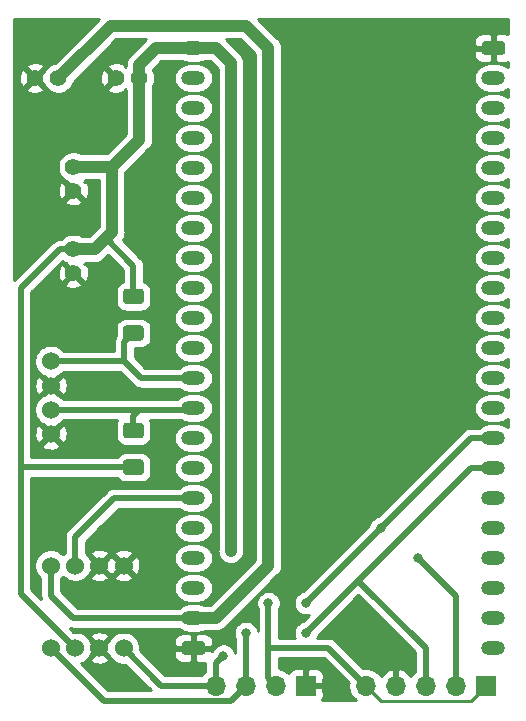
<source format=gtl>
%TF.GenerationSoftware,KiCad,Pcbnew,5.1.10*%
%TF.CreationDate,2021-12-13T09:12:43+01:00*%
%TF.ProjectId,main_board,6d61696e-5f62-46f6-9172-642e6b696361,rev?*%
%TF.SameCoordinates,Original*%
%TF.FileFunction,Copper,L1,Top*%
%TF.FilePolarity,Positive*%
%FSLAX46Y46*%
G04 Gerber Fmt 4.6, Leading zero omitted, Abs format (unit mm)*
G04 Created by KiCad (PCBNEW 5.1.10) date 2021-12-13 09:12:43*
%MOMM*%
%LPD*%
G01*
G04 APERTURE LIST*
%TA.AperFunction,ComponentPad*%
%ADD10O,1.700000X1.700000*%
%TD*%
%TA.AperFunction,ComponentPad*%
%ADD11R,1.700000X1.700000*%
%TD*%
%TA.AperFunction,ComponentPad*%
%ADD12C,1.397000*%
%TD*%
%TA.AperFunction,ComponentPad*%
%ADD13O,2.000000X1.200000*%
%TD*%
%TA.AperFunction,ComponentPad*%
%ADD14C,1.524000*%
%TD*%
%TA.AperFunction,ViaPad*%
%ADD15C,0.800000*%
%TD*%
%TA.AperFunction,Conductor*%
%ADD16C,1.000000*%
%TD*%
%TA.AperFunction,Conductor*%
%ADD17C,0.500000*%
%TD*%
%TA.AperFunction,Conductor*%
%ADD18C,0.250000*%
%TD*%
%TA.AperFunction,Conductor*%
%ADD19C,0.254000*%
%TD*%
%TA.AperFunction,Conductor*%
%ADD20C,0.100000*%
%TD*%
G04 APERTURE END LIST*
D10*
X159385000Y-111125000D03*
X161925000Y-111125000D03*
X164465000Y-111125000D03*
X167005000Y-111125000D03*
D11*
X169545000Y-111125000D03*
D12*
X133350001Y-59690000D03*
X131349999Y-59690000D03*
X134620000Y-74199998D03*
X134620000Y-76200000D03*
X134620000Y-67214998D03*
X134620000Y-69215000D03*
X140208001Y-59690000D03*
X138207999Y-59690000D03*
%TA.AperFunction,ComponentPad*%
G36*
G01*
X169483680Y-56552720D02*
X170883680Y-56552720D01*
G75*
G02*
X171183680Y-56852720I0J-300000D01*
G01*
X171183680Y-57452720D01*
G75*
G02*
X170883680Y-57752720I-300000J0D01*
G01*
X169483680Y-57752720D01*
G75*
G02*
X169183680Y-57452720I0J300000D01*
G01*
X169183680Y-56852720D01*
G75*
G02*
X169483680Y-56552720I300000J0D01*
G01*
G37*
%TD.AperFunction*%
D13*
X170183680Y-59692720D03*
X170183680Y-62232720D03*
X170183680Y-64772720D03*
X170183680Y-67312720D03*
X170183680Y-69852720D03*
X170183680Y-72392720D03*
X170183680Y-74932720D03*
X170183680Y-77472720D03*
X170183680Y-80012720D03*
X170183680Y-82552720D03*
X170183680Y-85092720D03*
X170183680Y-87632720D03*
X170183680Y-90172720D03*
X170183680Y-92712720D03*
X170183680Y-95252720D03*
X170183680Y-97792720D03*
X170183680Y-100332720D03*
X170183680Y-102872720D03*
X170183680Y-105412720D03*
X170183680Y-107952720D03*
%TA.AperFunction,ComponentPad*%
G36*
G01*
X144083680Y-107352720D02*
X145483680Y-107352720D01*
G75*
G02*
X145783680Y-107652720I0J-300000D01*
G01*
X145783680Y-108252720D01*
G75*
G02*
X145483680Y-108552720I-300000J0D01*
G01*
X144083680Y-108552720D01*
G75*
G02*
X143783680Y-108252720I0J300000D01*
G01*
X143783680Y-107652720D01*
G75*
G02*
X144083680Y-107352720I300000J0D01*
G01*
G37*
%TD.AperFunction*%
X144783680Y-105412720D03*
X144783680Y-102872720D03*
X144783680Y-100332720D03*
X144783680Y-97792720D03*
X144783680Y-95252720D03*
X144783680Y-92712720D03*
X144783680Y-90172720D03*
X144783680Y-87632720D03*
X144783680Y-85092720D03*
X144783680Y-82552720D03*
X144783680Y-80012720D03*
X144783680Y-77472720D03*
X144783680Y-74932720D03*
X144783680Y-72392720D03*
X144783680Y-69852720D03*
X144783680Y-67312720D03*
X144783680Y-64772720D03*
X144783680Y-62232720D03*
X144783680Y-59692720D03*
X144783680Y-57152720D03*
%TA.AperFunction,SMDPad,CuDef*%
G36*
G01*
X139075000Y-80630000D02*
X140325000Y-80630000D01*
G75*
G02*
X140575000Y-80880000I0J-250000D01*
G01*
X140575000Y-81680000D01*
G75*
G02*
X140325000Y-81930000I-250000J0D01*
G01*
X139075000Y-81930000D01*
G75*
G02*
X138825000Y-81680000I0J250000D01*
G01*
X138825000Y-80880000D01*
G75*
G02*
X139075000Y-80630000I250000J0D01*
G01*
G37*
%TD.AperFunction*%
%TA.AperFunction,SMDPad,CuDef*%
G36*
G01*
X139075000Y-77530000D02*
X140325000Y-77530000D01*
G75*
G02*
X140575000Y-77780000I0J-250000D01*
G01*
X140575000Y-78580000D01*
G75*
G02*
X140325000Y-78830000I-250000J0D01*
G01*
X139075000Y-78830000D01*
G75*
G02*
X138825000Y-78580000I0J250000D01*
G01*
X138825000Y-77780000D01*
G75*
G02*
X139075000Y-77530000I250000J0D01*
G01*
G37*
%TD.AperFunction*%
%TA.AperFunction,SMDPad,CuDef*%
G36*
G01*
X139075000Y-91985000D02*
X140325000Y-91985000D01*
G75*
G02*
X140575000Y-92235000I0J-250000D01*
G01*
X140575000Y-93035000D01*
G75*
G02*
X140325000Y-93285000I-250000J0D01*
G01*
X139075000Y-93285000D01*
G75*
G02*
X138825000Y-93035000I0J250000D01*
G01*
X138825000Y-92235000D01*
G75*
G02*
X139075000Y-91985000I250000J0D01*
G01*
G37*
%TD.AperFunction*%
%TA.AperFunction,SMDPad,CuDef*%
G36*
G01*
X139075000Y-88885000D02*
X140325000Y-88885000D01*
G75*
G02*
X140575000Y-89135000I0J-250000D01*
G01*
X140575000Y-89935000D01*
G75*
G02*
X140325000Y-90185000I-250000J0D01*
G01*
X139075000Y-90185000D01*
G75*
G02*
X138825000Y-89935000I0J250000D01*
G01*
X138825000Y-89135000D01*
G75*
G02*
X139075000Y-88885000I250000J0D01*
G01*
G37*
%TD.AperFunction*%
D14*
X132715000Y-100965000D03*
X134765001Y-100965000D03*
X136814999Y-100965000D03*
X138865000Y-100965000D03*
X132715000Y-107950000D03*
X134765001Y-107950000D03*
X136814999Y-107950000D03*
X138865000Y-107950000D03*
D10*
X146685000Y-111125000D03*
X149225000Y-111125000D03*
X151765000Y-111125000D03*
D11*
X154305000Y-111125000D03*
D14*
X132715000Y-83674999D03*
X132715000Y-85725000D03*
X132715000Y-87774998D03*
X132715000Y-89824999D03*
D15*
X165100000Y-84455000D03*
X159385000Y-84455000D03*
X154305000Y-84455000D03*
X165100000Y-74295000D03*
X159385000Y-74295000D03*
X154305000Y-74295000D03*
X165100000Y-79375000D03*
X159385000Y-79375000D03*
X154305000Y-79375000D03*
X165100000Y-64135000D03*
X159385000Y-64135000D03*
X154305000Y-64135000D03*
X165100000Y-69215000D03*
X159385000Y-69215000D03*
X154305000Y-69215000D03*
X165100000Y-59055000D03*
X159385000Y-59055000D03*
X154305000Y-59055000D03*
X131445000Y-63500000D03*
X137160000Y-63500000D03*
X131445000Y-67945000D03*
X131445000Y-71755000D03*
X132715000Y-78740000D03*
X136525000Y-78740000D03*
X134620000Y-81280000D03*
X135890000Y-85725000D03*
X138430000Y-85725000D03*
X135255000Y-90170000D03*
X137160000Y-90170000D03*
X142240000Y-90170000D03*
X142240000Y-93345000D03*
X135255000Y-94615000D03*
X132715000Y-94615000D03*
X132715000Y-97790000D03*
X139065000Y-97790000D03*
X141605000Y-97790000D03*
X141605000Y-100965000D03*
X141605000Y-103505000D03*
X139065000Y-103505000D03*
X135890000Y-103505000D03*
X158115000Y-106045000D03*
X160655000Y-107950000D03*
X154305000Y-99695000D03*
X159385000Y-94615000D03*
X165100000Y-89535000D03*
X154305000Y-94615000D03*
X154305000Y-89535000D03*
X159385000Y-89535000D03*
X132080000Y-56515000D03*
X138684000Y-57150000D03*
X142240000Y-62230000D03*
X141224000Y-68072000D03*
X141224000Y-72136000D03*
X142240000Y-77470000D03*
X142240000Y-82550000D03*
X138176000Y-110490000D03*
X147955000Y-99695000D03*
X151130000Y-104140000D03*
X154305000Y-104140000D03*
X149225000Y-106680000D03*
X163830000Y-100330000D03*
X160655000Y-97790000D03*
X147320000Y-108585000D03*
X154305000Y-106680000D03*
D16*
X151130000Y-100965000D02*
X146682280Y-105412720D01*
X151130000Y-57150000D02*
X151130000Y-100965000D01*
X149225000Y-55245000D02*
X151130000Y-57150000D01*
X137795000Y-55245000D02*
X149225000Y-55245000D01*
X146682280Y-105412720D02*
X144783680Y-105412720D01*
X133350001Y-59690000D02*
X137795000Y-55245000D01*
D17*
X132715000Y-100965000D02*
X132715000Y-103505000D01*
X134622720Y-105412720D02*
X144783680Y-105412720D01*
X132715000Y-103505000D02*
X134622720Y-105412720D01*
D16*
X140208001Y-59690000D02*
X140208001Y-58546999D01*
X141602280Y-57152720D02*
X144783680Y-57152720D01*
X140208001Y-58546999D02*
X141602280Y-57152720D01*
X134620000Y-67214998D02*
X137890002Y-67214998D01*
X140208001Y-64896999D02*
X140208001Y-59690000D01*
X137890002Y-67214998D02*
X140208001Y-64896999D01*
X134620000Y-74199998D02*
X136429998Y-74199998D01*
X137890002Y-72739994D02*
X137890002Y-67214998D01*
D17*
X139700000Y-75565000D02*
X137382498Y-73247498D01*
D16*
X137382498Y-73247498D02*
X137890002Y-72739994D01*
D17*
X139700000Y-78180000D02*
X139700000Y-75565000D01*
D16*
X136429998Y-74199998D02*
X137382498Y-73247498D01*
D17*
X134765001Y-107950000D02*
X130175000Y-103359999D01*
X133445002Y-74199998D02*
X134620000Y-74199998D01*
X130175000Y-77470000D02*
X133445002Y-74199998D01*
X130250000Y-92635000D02*
X130175000Y-92710000D01*
X139700000Y-92635000D02*
X130250000Y-92635000D01*
X130175000Y-92710000D02*
X130175000Y-77470000D01*
X130175000Y-103359999D02*
X130175000Y-92710000D01*
D16*
X144783680Y-57152720D02*
X146687720Y-57152720D01*
X146687720Y-57152720D02*
X147955000Y-58420000D01*
X147955000Y-58420000D02*
X147955000Y-99695000D01*
X147955000Y-99695000D02*
X147955000Y-99695000D01*
D17*
X151130000Y-110490000D02*
X151765000Y-111125000D01*
X156210000Y-107950000D02*
X151130000Y-107950000D01*
X151130000Y-107950000D02*
X151130000Y-110490000D01*
X159385000Y-111125000D02*
X156210000Y-107950000D01*
X151130000Y-104140000D02*
X151130000Y-107950000D01*
D18*
X159385000Y-111125000D02*
X160655000Y-112395000D01*
X168275000Y-112395000D02*
X169545000Y-111125000D01*
X160655000Y-112395000D02*
X168275000Y-112395000D01*
D17*
X132715000Y-83674999D02*
X138919999Y-83674999D01*
X140337720Y-85092720D02*
X144783680Y-85092720D01*
X138919999Y-83674999D02*
X140337720Y-85092720D01*
X138919999Y-82060001D02*
X139700000Y-81280000D01*
X138919999Y-83674999D02*
X138919999Y-82060001D01*
X144641402Y-87774998D02*
X144783680Y-87632720D01*
X139700000Y-88265000D02*
X140190002Y-87774998D01*
X139700000Y-89535000D02*
X139700000Y-88265000D01*
X140190002Y-87774998D02*
X144641402Y-87774998D01*
X132715000Y-87774998D02*
X140190002Y-87774998D01*
X147924999Y-112425001D02*
X149225000Y-111125000D01*
X137190001Y-112425001D02*
X147924999Y-112425001D01*
X132715000Y-107950000D02*
X137190001Y-112425001D01*
X149225000Y-108585000D02*
X149225000Y-108585000D01*
X149225000Y-111125000D02*
X149225000Y-106680000D01*
X168272280Y-90172720D02*
X170183680Y-90172720D01*
X154305000Y-104140000D02*
X160655000Y-97790000D01*
X167005000Y-111125000D02*
X167005000Y-103505000D01*
X167005000Y-103505000D02*
X163830000Y-100330000D01*
X163830000Y-100330000D02*
X163830000Y-100330000D01*
X160655000Y-97790000D02*
X168272280Y-90172720D01*
X134765001Y-100965000D02*
X134765001Y-98570001D01*
X138082282Y-95252720D02*
X144783680Y-95252720D01*
X134765001Y-98570001D02*
X138082282Y-95252720D01*
X142040000Y-111125000D02*
X146685000Y-111125000D01*
X138865000Y-107950000D02*
X142040000Y-111125000D01*
X146685000Y-111125000D02*
X146685000Y-109220000D01*
X146685000Y-109220000D02*
X147320000Y-108585000D01*
X147320000Y-108585000D02*
X147320000Y-108585000D01*
X168272280Y-92712720D02*
X170183680Y-92712720D01*
X164465000Y-107950000D02*
X158750000Y-102235000D01*
X164465000Y-111125000D02*
X164465000Y-107950000D01*
X158750000Y-102235000D02*
X168272280Y-92712720D01*
X154305000Y-106680000D02*
X158750000Y-102235000D01*
D19*
X157914461Y-110906040D02*
X157900000Y-110978740D01*
X157900000Y-111271260D01*
X157957068Y-111558158D01*
X158069010Y-111828411D01*
X158231525Y-112071632D01*
X158438368Y-112278475D01*
X158537930Y-112345000D01*
X155672812Y-112345000D01*
X155685537Y-112329494D01*
X155744502Y-112219180D01*
X155780812Y-112099482D01*
X155793072Y-111975000D01*
X155790000Y-111410750D01*
X155631250Y-111252000D01*
X154432000Y-111252000D01*
X154432000Y-111272000D01*
X154178000Y-111272000D01*
X154178000Y-111252000D01*
X154158000Y-111252000D01*
X154158000Y-110998000D01*
X154178000Y-110998000D01*
X154178000Y-109798750D01*
X154432000Y-109798750D01*
X154432000Y-110998000D01*
X155631250Y-110998000D01*
X155790000Y-110839250D01*
X155793072Y-110275000D01*
X155780812Y-110150518D01*
X155744502Y-110030820D01*
X155685537Y-109920506D01*
X155606185Y-109823815D01*
X155509494Y-109744463D01*
X155399180Y-109685498D01*
X155279482Y-109649188D01*
X155155000Y-109636928D01*
X154590750Y-109640000D01*
X154432000Y-109798750D01*
X154178000Y-109798750D01*
X154019250Y-109640000D01*
X153455000Y-109636928D01*
X153330518Y-109649188D01*
X153210820Y-109685498D01*
X153100506Y-109744463D01*
X153003815Y-109823815D01*
X152924463Y-109920506D01*
X152865498Y-110030820D01*
X152843487Y-110103380D01*
X152711632Y-109971525D01*
X152468411Y-109809010D01*
X152198158Y-109697068D01*
X152015000Y-109660635D01*
X152015000Y-108835000D01*
X155843422Y-108835000D01*
X157914461Y-110906040D01*
%TA.AperFunction,Conductor*%
D20*
G36*
X157914461Y-110906040D02*
G01*
X157900000Y-110978740D01*
X157900000Y-111271260D01*
X157957068Y-111558158D01*
X158069010Y-111828411D01*
X158231525Y-112071632D01*
X158438368Y-112278475D01*
X158537930Y-112345000D01*
X155672812Y-112345000D01*
X155685537Y-112329494D01*
X155744502Y-112219180D01*
X155780812Y-112099482D01*
X155793072Y-111975000D01*
X155790000Y-111410750D01*
X155631250Y-111252000D01*
X154432000Y-111252000D01*
X154432000Y-111272000D01*
X154178000Y-111272000D01*
X154178000Y-111252000D01*
X154158000Y-111252000D01*
X154158000Y-110998000D01*
X154178000Y-110998000D01*
X154178000Y-109798750D01*
X154432000Y-109798750D01*
X154432000Y-110998000D01*
X155631250Y-110998000D01*
X155790000Y-110839250D01*
X155793072Y-110275000D01*
X155780812Y-110150518D01*
X155744502Y-110030820D01*
X155685537Y-109920506D01*
X155606185Y-109823815D01*
X155509494Y-109744463D01*
X155399180Y-109685498D01*
X155279482Y-109649188D01*
X155155000Y-109636928D01*
X154590750Y-109640000D01*
X154432000Y-109798750D01*
X154178000Y-109798750D01*
X154019250Y-109640000D01*
X153455000Y-109636928D01*
X153330518Y-109649188D01*
X153210820Y-109685498D01*
X153100506Y-109744463D01*
X153003815Y-109823815D01*
X152924463Y-109920506D01*
X152865498Y-110030820D01*
X152843487Y-110103380D01*
X152711632Y-109971525D01*
X152468411Y-109809010D01*
X152198158Y-109697068D01*
X152015000Y-109660635D01*
X152015000Y-108835000D01*
X155843422Y-108835000D01*
X157914461Y-110906040D01*
G37*
%TD.AperFunction*%
D19*
X171400001Y-55954767D02*
X171308162Y-55926908D01*
X171183680Y-55914648D01*
X170469430Y-55917720D01*
X170310680Y-56076470D01*
X170310680Y-57025720D01*
X170330680Y-57025720D01*
X170330680Y-57279720D01*
X170310680Y-57279720D01*
X170310680Y-58228970D01*
X170469430Y-58387720D01*
X171183680Y-58390792D01*
X171308162Y-58378532D01*
X171400001Y-58350673D01*
X171400001Y-58765008D01*
X171273129Y-58660887D01*
X171058581Y-58546209D01*
X170825782Y-58475590D01*
X170644345Y-58457720D01*
X169723015Y-58457720D01*
X169541578Y-58475590D01*
X169308779Y-58546209D01*
X169094231Y-58660887D01*
X168906178Y-58815218D01*
X168751847Y-59003271D01*
X168637169Y-59217819D01*
X168566550Y-59450618D01*
X168542705Y-59692720D01*
X168566550Y-59934822D01*
X168637169Y-60167621D01*
X168751847Y-60382169D01*
X168906178Y-60570222D01*
X169094231Y-60724553D01*
X169308779Y-60839231D01*
X169541578Y-60909850D01*
X169723015Y-60927720D01*
X170644345Y-60927720D01*
X170825782Y-60909850D01*
X171058581Y-60839231D01*
X171273129Y-60724553D01*
X171400001Y-60620432D01*
X171400001Y-61305008D01*
X171273129Y-61200887D01*
X171058581Y-61086209D01*
X170825782Y-61015590D01*
X170644345Y-60997720D01*
X169723015Y-60997720D01*
X169541578Y-61015590D01*
X169308779Y-61086209D01*
X169094231Y-61200887D01*
X168906178Y-61355218D01*
X168751847Y-61543271D01*
X168637169Y-61757819D01*
X168566550Y-61990618D01*
X168542705Y-62232720D01*
X168566550Y-62474822D01*
X168637169Y-62707621D01*
X168751847Y-62922169D01*
X168906178Y-63110222D01*
X169094231Y-63264553D01*
X169308779Y-63379231D01*
X169541578Y-63449850D01*
X169723015Y-63467720D01*
X170644345Y-63467720D01*
X170825782Y-63449850D01*
X171058581Y-63379231D01*
X171273129Y-63264553D01*
X171400001Y-63160432D01*
X171400001Y-63845008D01*
X171273129Y-63740887D01*
X171058581Y-63626209D01*
X170825782Y-63555590D01*
X170644345Y-63537720D01*
X169723015Y-63537720D01*
X169541578Y-63555590D01*
X169308779Y-63626209D01*
X169094231Y-63740887D01*
X168906178Y-63895218D01*
X168751847Y-64083271D01*
X168637169Y-64297819D01*
X168566550Y-64530618D01*
X168542705Y-64772720D01*
X168566550Y-65014822D01*
X168637169Y-65247621D01*
X168751847Y-65462169D01*
X168906178Y-65650222D01*
X169094231Y-65804553D01*
X169308779Y-65919231D01*
X169541578Y-65989850D01*
X169723015Y-66007720D01*
X170644345Y-66007720D01*
X170825782Y-65989850D01*
X171058581Y-65919231D01*
X171273129Y-65804553D01*
X171400001Y-65700432D01*
X171400001Y-66385008D01*
X171273129Y-66280887D01*
X171058581Y-66166209D01*
X170825782Y-66095590D01*
X170644345Y-66077720D01*
X169723015Y-66077720D01*
X169541578Y-66095590D01*
X169308779Y-66166209D01*
X169094231Y-66280887D01*
X168906178Y-66435218D01*
X168751847Y-66623271D01*
X168637169Y-66837819D01*
X168566550Y-67070618D01*
X168542705Y-67312720D01*
X168566550Y-67554822D01*
X168637169Y-67787621D01*
X168751847Y-68002169D01*
X168906178Y-68190222D01*
X169094231Y-68344553D01*
X169308779Y-68459231D01*
X169541578Y-68529850D01*
X169723015Y-68547720D01*
X170644345Y-68547720D01*
X170825782Y-68529850D01*
X171058581Y-68459231D01*
X171273129Y-68344553D01*
X171400001Y-68240432D01*
X171400001Y-68925008D01*
X171273129Y-68820887D01*
X171058581Y-68706209D01*
X170825782Y-68635590D01*
X170644345Y-68617720D01*
X169723015Y-68617720D01*
X169541578Y-68635590D01*
X169308779Y-68706209D01*
X169094231Y-68820887D01*
X168906178Y-68975218D01*
X168751847Y-69163271D01*
X168637169Y-69377819D01*
X168566550Y-69610618D01*
X168542705Y-69852720D01*
X168566550Y-70094822D01*
X168637169Y-70327621D01*
X168751847Y-70542169D01*
X168906178Y-70730222D01*
X169094231Y-70884553D01*
X169308779Y-70999231D01*
X169541578Y-71069850D01*
X169723015Y-71087720D01*
X170644345Y-71087720D01*
X170825782Y-71069850D01*
X171058581Y-70999231D01*
X171273129Y-70884553D01*
X171400001Y-70780432D01*
X171400001Y-71465008D01*
X171273129Y-71360887D01*
X171058581Y-71246209D01*
X170825782Y-71175590D01*
X170644345Y-71157720D01*
X169723015Y-71157720D01*
X169541578Y-71175590D01*
X169308779Y-71246209D01*
X169094231Y-71360887D01*
X168906178Y-71515218D01*
X168751847Y-71703271D01*
X168637169Y-71917819D01*
X168566550Y-72150618D01*
X168542705Y-72392720D01*
X168566550Y-72634822D01*
X168637169Y-72867621D01*
X168751847Y-73082169D01*
X168906178Y-73270222D01*
X169094231Y-73424553D01*
X169308779Y-73539231D01*
X169541578Y-73609850D01*
X169723015Y-73627720D01*
X170644345Y-73627720D01*
X170825782Y-73609850D01*
X171058581Y-73539231D01*
X171273129Y-73424553D01*
X171400001Y-73320432D01*
X171400001Y-74005008D01*
X171273129Y-73900887D01*
X171058581Y-73786209D01*
X170825782Y-73715590D01*
X170644345Y-73697720D01*
X169723015Y-73697720D01*
X169541578Y-73715590D01*
X169308779Y-73786209D01*
X169094231Y-73900887D01*
X168906178Y-74055218D01*
X168751847Y-74243271D01*
X168637169Y-74457819D01*
X168566550Y-74690618D01*
X168542705Y-74932720D01*
X168566550Y-75174822D01*
X168637169Y-75407621D01*
X168751847Y-75622169D01*
X168906178Y-75810222D01*
X169094231Y-75964553D01*
X169308779Y-76079231D01*
X169541578Y-76149850D01*
X169723015Y-76167720D01*
X170644345Y-76167720D01*
X170825782Y-76149850D01*
X171058581Y-76079231D01*
X171273129Y-75964553D01*
X171400001Y-75860432D01*
X171400001Y-76545008D01*
X171273129Y-76440887D01*
X171058581Y-76326209D01*
X170825782Y-76255590D01*
X170644345Y-76237720D01*
X169723015Y-76237720D01*
X169541578Y-76255590D01*
X169308779Y-76326209D01*
X169094231Y-76440887D01*
X168906178Y-76595218D01*
X168751847Y-76783271D01*
X168637169Y-76997819D01*
X168566550Y-77230618D01*
X168542705Y-77472720D01*
X168566550Y-77714822D01*
X168637169Y-77947621D01*
X168751847Y-78162169D01*
X168906178Y-78350222D01*
X169094231Y-78504553D01*
X169308779Y-78619231D01*
X169541578Y-78689850D01*
X169723015Y-78707720D01*
X170644345Y-78707720D01*
X170825782Y-78689850D01*
X171058581Y-78619231D01*
X171273129Y-78504553D01*
X171400001Y-78400432D01*
X171400001Y-79085008D01*
X171273129Y-78980887D01*
X171058581Y-78866209D01*
X170825782Y-78795590D01*
X170644345Y-78777720D01*
X169723015Y-78777720D01*
X169541578Y-78795590D01*
X169308779Y-78866209D01*
X169094231Y-78980887D01*
X168906178Y-79135218D01*
X168751847Y-79323271D01*
X168637169Y-79537819D01*
X168566550Y-79770618D01*
X168542705Y-80012720D01*
X168566550Y-80254822D01*
X168637169Y-80487621D01*
X168751847Y-80702169D01*
X168906178Y-80890222D01*
X169094231Y-81044553D01*
X169308779Y-81159231D01*
X169541578Y-81229850D01*
X169723015Y-81247720D01*
X170644345Y-81247720D01*
X170825782Y-81229850D01*
X171058581Y-81159231D01*
X171273129Y-81044553D01*
X171400001Y-80940432D01*
X171400001Y-81625008D01*
X171273129Y-81520887D01*
X171058581Y-81406209D01*
X170825782Y-81335590D01*
X170644345Y-81317720D01*
X169723015Y-81317720D01*
X169541578Y-81335590D01*
X169308779Y-81406209D01*
X169094231Y-81520887D01*
X168906178Y-81675218D01*
X168751847Y-81863271D01*
X168637169Y-82077819D01*
X168566550Y-82310618D01*
X168542705Y-82552720D01*
X168566550Y-82794822D01*
X168637169Y-83027621D01*
X168751847Y-83242169D01*
X168906178Y-83430222D01*
X169094231Y-83584553D01*
X169308779Y-83699231D01*
X169541578Y-83769850D01*
X169723015Y-83787720D01*
X170644345Y-83787720D01*
X170825782Y-83769850D01*
X171058581Y-83699231D01*
X171273129Y-83584553D01*
X171400001Y-83480432D01*
X171400000Y-84165008D01*
X171273129Y-84060887D01*
X171058581Y-83946209D01*
X170825782Y-83875590D01*
X170644345Y-83857720D01*
X169723015Y-83857720D01*
X169541578Y-83875590D01*
X169308779Y-83946209D01*
X169094231Y-84060887D01*
X168906178Y-84215218D01*
X168751847Y-84403271D01*
X168637169Y-84617819D01*
X168566550Y-84850618D01*
X168542705Y-85092720D01*
X168566550Y-85334822D01*
X168637169Y-85567621D01*
X168751847Y-85782169D01*
X168906178Y-85970222D01*
X169094231Y-86124553D01*
X169308779Y-86239231D01*
X169541578Y-86309850D01*
X169723015Y-86327720D01*
X170644345Y-86327720D01*
X170825782Y-86309850D01*
X171058581Y-86239231D01*
X171273129Y-86124553D01*
X171400000Y-86020432D01*
X171400000Y-86705008D01*
X171273129Y-86600887D01*
X171058581Y-86486209D01*
X170825782Y-86415590D01*
X170644345Y-86397720D01*
X169723015Y-86397720D01*
X169541578Y-86415590D01*
X169308779Y-86486209D01*
X169094231Y-86600887D01*
X168906178Y-86755218D01*
X168751847Y-86943271D01*
X168637169Y-87157819D01*
X168566550Y-87390618D01*
X168542705Y-87632720D01*
X168566550Y-87874822D01*
X168637169Y-88107621D01*
X168751847Y-88322169D01*
X168906178Y-88510222D01*
X169094231Y-88664553D01*
X169308779Y-88779231D01*
X169541578Y-88849850D01*
X169723015Y-88867720D01*
X170644345Y-88867720D01*
X170825782Y-88849850D01*
X171058581Y-88779231D01*
X171273129Y-88664553D01*
X171400000Y-88560432D01*
X171400000Y-89245008D01*
X171273129Y-89140887D01*
X171058581Y-89026209D01*
X170825782Y-88955590D01*
X170644345Y-88937720D01*
X169723015Y-88937720D01*
X169541578Y-88955590D01*
X169308779Y-89026209D01*
X169094231Y-89140887D01*
X168915314Y-89287720D01*
X168315749Y-89287720D01*
X168272280Y-89283439D01*
X168228811Y-89287720D01*
X168228803Y-89287720D01*
X168098790Y-89300525D01*
X167931966Y-89351131D01*
X167778221Y-89433309D01*
X167677233Y-89516188D01*
X167677231Y-89516190D01*
X167643463Y-89543903D01*
X167615750Y-89577671D01*
X160409957Y-96783465D01*
X160353102Y-96794774D01*
X160164744Y-96872795D01*
X159995226Y-96986063D01*
X159851063Y-97130226D01*
X159737795Y-97299744D01*
X159659774Y-97488102D01*
X159648465Y-97544956D01*
X154059957Y-103133465D01*
X154003102Y-103144774D01*
X153814744Y-103222795D01*
X153645226Y-103336063D01*
X153501063Y-103480226D01*
X153387795Y-103649744D01*
X153309774Y-103838102D01*
X153270000Y-104038061D01*
X153270000Y-104241939D01*
X153309774Y-104441898D01*
X153387795Y-104630256D01*
X153501063Y-104799774D01*
X153645226Y-104943937D01*
X153814744Y-105057205D01*
X154003102Y-105135226D01*
X154203061Y-105175000D01*
X154406939Y-105175000D01*
X154596035Y-105137387D01*
X154059957Y-105673465D01*
X154003102Y-105684774D01*
X153814744Y-105762795D01*
X153645226Y-105876063D01*
X153501063Y-106020226D01*
X153387795Y-106189744D01*
X153309774Y-106378102D01*
X153270000Y-106578061D01*
X153270000Y-106781939D01*
X153309774Y-106981898D01*
X153344196Y-107065000D01*
X152015000Y-107065000D01*
X152015000Y-104678454D01*
X152047205Y-104630256D01*
X152125226Y-104441898D01*
X152165000Y-104241939D01*
X152165000Y-104038061D01*
X152125226Y-103838102D01*
X152047205Y-103649744D01*
X151933937Y-103480226D01*
X151789774Y-103336063D01*
X151620256Y-103222795D01*
X151431898Y-103144774D01*
X151231939Y-103105000D01*
X151028061Y-103105000D01*
X150828102Y-103144774D01*
X150639744Y-103222795D01*
X150470226Y-103336063D01*
X150326063Y-103480226D01*
X150212795Y-103649744D01*
X150134774Y-103838102D01*
X150095000Y-104038061D01*
X150095000Y-104241939D01*
X150134774Y-104441898D01*
X150212795Y-104630256D01*
X150245000Y-104678455D01*
X150245001Y-106502653D01*
X150220226Y-106378102D01*
X150142205Y-106189744D01*
X150028937Y-106020226D01*
X149884774Y-105876063D01*
X149715256Y-105762795D01*
X149526898Y-105684774D01*
X149326939Y-105645000D01*
X149123061Y-105645000D01*
X148923102Y-105684774D01*
X148734744Y-105762795D01*
X148565226Y-105876063D01*
X148421063Y-106020226D01*
X148307795Y-106189744D01*
X148229774Y-106378102D01*
X148190000Y-106578061D01*
X148190000Y-106781939D01*
X148229774Y-106981898D01*
X148307795Y-107170256D01*
X148340001Y-107218456D01*
X148340001Y-108407653D01*
X148315226Y-108283102D01*
X148237205Y-108094744D01*
X148123937Y-107925226D01*
X147979774Y-107781063D01*
X147810256Y-107667795D01*
X147621898Y-107589774D01*
X147421939Y-107550000D01*
X147218061Y-107550000D01*
X147018102Y-107589774D01*
X146829744Y-107667795D01*
X146660226Y-107781063D01*
X146516063Y-107925226D01*
X146402795Y-108094744D01*
X146365351Y-108185141D01*
X146259930Y-108079720D01*
X144910680Y-108079720D01*
X144910680Y-109028970D01*
X145069430Y-109187720D01*
X145783680Y-109190792D01*
X145798742Y-109189309D01*
X145795719Y-109220000D01*
X145800001Y-109263479D01*
X145800001Y-109930343D01*
X145738368Y-109971525D01*
X145531525Y-110178368D01*
X145490344Y-110240000D01*
X142406579Y-110240000D01*
X140719299Y-108552720D01*
X143145608Y-108552720D01*
X143157868Y-108677202D01*
X143194178Y-108796900D01*
X143253143Y-108907214D01*
X143332495Y-109003905D01*
X143429186Y-109083257D01*
X143539500Y-109142222D01*
X143659198Y-109178532D01*
X143783680Y-109190792D01*
X144497930Y-109187720D01*
X144656680Y-109028970D01*
X144656680Y-108079720D01*
X143307430Y-108079720D01*
X143148680Y-108238470D01*
X143145608Y-108552720D01*
X140719299Y-108552720D01*
X140260701Y-108094123D01*
X140262000Y-108087592D01*
X140262000Y-107812408D01*
X140208314Y-107542510D01*
X140129700Y-107352720D01*
X143145608Y-107352720D01*
X143148680Y-107666970D01*
X143307430Y-107825720D01*
X144656680Y-107825720D01*
X144656680Y-106876470D01*
X144910680Y-106876470D01*
X144910680Y-107825720D01*
X146259930Y-107825720D01*
X146418680Y-107666970D01*
X146421752Y-107352720D01*
X146409492Y-107228238D01*
X146373182Y-107108540D01*
X146314217Y-106998226D01*
X146234865Y-106901535D01*
X146138174Y-106822183D01*
X146027860Y-106763218D01*
X145908162Y-106726908D01*
X145783680Y-106714648D01*
X145069430Y-106717720D01*
X144910680Y-106876470D01*
X144656680Y-106876470D01*
X144497930Y-106717720D01*
X143783680Y-106714648D01*
X143659198Y-106726908D01*
X143539500Y-106763218D01*
X143429186Y-106822183D01*
X143332495Y-106901535D01*
X143253143Y-106998226D01*
X143194178Y-107108540D01*
X143157868Y-107228238D01*
X143145608Y-107352720D01*
X140129700Y-107352720D01*
X140103005Y-107288273D01*
X139950120Y-107059465D01*
X139755535Y-106864880D01*
X139526727Y-106711995D01*
X139272490Y-106606686D01*
X139002592Y-106553000D01*
X138727408Y-106553000D01*
X138457510Y-106606686D01*
X138203273Y-106711995D01*
X137974465Y-106864880D01*
X137779880Y-107059465D01*
X137626995Y-107288273D01*
X137606251Y-107338353D01*
X136994604Y-107950000D01*
X137606251Y-108561647D01*
X137626995Y-108611727D01*
X137779880Y-108840535D01*
X137974465Y-109035120D01*
X138203273Y-109188005D01*
X138457510Y-109293314D01*
X138727408Y-109347000D01*
X139002592Y-109347000D01*
X139009123Y-109345701D01*
X141203422Y-111540001D01*
X137556580Y-111540001D01*
X135269648Y-109253070D01*
X135426728Y-109188005D01*
X135655536Y-109035120D01*
X135775091Y-108915565D01*
X136029039Y-108915565D01*
X136096019Y-109155656D01*
X136345047Y-109272756D01*
X136612134Y-109339023D01*
X136887016Y-109351910D01*
X137159132Y-109310922D01*
X137418022Y-109217636D01*
X137533979Y-109155656D01*
X137600959Y-108915565D01*
X136814999Y-108129605D01*
X136029039Y-108915565D01*
X135775091Y-108915565D01*
X135850121Y-108840535D01*
X136003006Y-108611727D01*
X136023752Y-108561642D01*
X136635394Y-107950000D01*
X136023752Y-107338358D01*
X136003006Y-107288273D01*
X135850121Y-107059465D01*
X135775091Y-106984435D01*
X136029039Y-106984435D01*
X136814999Y-107770395D01*
X137600959Y-106984435D01*
X137533979Y-106744344D01*
X137284951Y-106627244D01*
X137017864Y-106560977D01*
X136742982Y-106548090D01*
X136470866Y-106589078D01*
X136211976Y-106682364D01*
X136096019Y-106744344D01*
X136029039Y-106984435D01*
X135775091Y-106984435D01*
X135655536Y-106864880D01*
X135426728Y-106711995D01*
X135172491Y-106606686D01*
X134902593Y-106553000D01*
X134627409Y-106553000D01*
X134620879Y-106554299D01*
X134308937Y-106242357D01*
X134449230Y-106284915D01*
X134579243Y-106297720D01*
X134579253Y-106297720D01*
X134622719Y-106302001D01*
X134666185Y-106297720D01*
X143515314Y-106297720D01*
X143694231Y-106444553D01*
X143908779Y-106559231D01*
X144141578Y-106629850D01*
X144323015Y-106647720D01*
X145244345Y-106647720D01*
X145425782Y-106629850D01*
X145658581Y-106559231D01*
X145680117Y-106547720D01*
X146626529Y-106547720D01*
X146682280Y-106553211D01*
X146738031Y-106547720D01*
X146738032Y-106547720D01*
X146904779Y-106531297D01*
X147118727Y-106466396D01*
X147315903Y-106361004D01*
X147488729Y-106219169D01*
X147524276Y-106175855D01*
X151893141Y-101806991D01*
X151936449Y-101771449D01*
X152078284Y-101598623D01*
X152183676Y-101401447D01*
X152248577Y-101187499D01*
X152265000Y-101020752D01*
X152270491Y-100965000D01*
X152265000Y-100909249D01*
X152265000Y-57752720D01*
X168545608Y-57752720D01*
X168557868Y-57877202D01*
X168594178Y-57996900D01*
X168653143Y-58107214D01*
X168732495Y-58203905D01*
X168829186Y-58283257D01*
X168939500Y-58342222D01*
X169059198Y-58378532D01*
X169183680Y-58390792D01*
X169897930Y-58387720D01*
X170056680Y-58228970D01*
X170056680Y-57279720D01*
X168707430Y-57279720D01*
X168548680Y-57438470D01*
X168545608Y-57752720D01*
X152265000Y-57752720D01*
X152265000Y-57205752D01*
X152270491Y-57150000D01*
X152248577Y-56927501D01*
X152183676Y-56713553D01*
X152097710Y-56552720D01*
X168545608Y-56552720D01*
X168548680Y-56866970D01*
X168707430Y-57025720D01*
X170056680Y-57025720D01*
X170056680Y-56076470D01*
X169897930Y-55917720D01*
X169183680Y-55914648D01*
X169059198Y-55926908D01*
X168939500Y-55963218D01*
X168829186Y-56022183D01*
X168732495Y-56101535D01*
X168653143Y-56198226D01*
X168594178Y-56308540D01*
X168557868Y-56428238D01*
X168545608Y-56552720D01*
X152097710Y-56552720D01*
X152078284Y-56516377D01*
X152005950Y-56428238D01*
X151936449Y-56343551D01*
X151893141Y-56308009D01*
X150245131Y-54660000D01*
X171400001Y-54660000D01*
X171400001Y-55954767D01*
%TA.AperFunction,Conductor*%
D20*
G36*
X171400001Y-55954767D02*
G01*
X171308162Y-55926908D01*
X171183680Y-55914648D01*
X170469430Y-55917720D01*
X170310680Y-56076470D01*
X170310680Y-57025720D01*
X170330680Y-57025720D01*
X170330680Y-57279720D01*
X170310680Y-57279720D01*
X170310680Y-58228970D01*
X170469430Y-58387720D01*
X171183680Y-58390792D01*
X171308162Y-58378532D01*
X171400001Y-58350673D01*
X171400001Y-58765008D01*
X171273129Y-58660887D01*
X171058581Y-58546209D01*
X170825782Y-58475590D01*
X170644345Y-58457720D01*
X169723015Y-58457720D01*
X169541578Y-58475590D01*
X169308779Y-58546209D01*
X169094231Y-58660887D01*
X168906178Y-58815218D01*
X168751847Y-59003271D01*
X168637169Y-59217819D01*
X168566550Y-59450618D01*
X168542705Y-59692720D01*
X168566550Y-59934822D01*
X168637169Y-60167621D01*
X168751847Y-60382169D01*
X168906178Y-60570222D01*
X169094231Y-60724553D01*
X169308779Y-60839231D01*
X169541578Y-60909850D01*
X169723015Y-60927720D01*
X170644345Y-60927720D01*
X170825782Y-60909850D01*
X171058581Y-60839231D01*
X171273129Y-60724553D01*
X171400001Y-60620432D01*
X171400001Y-61305008D01*
X171273129Y-61200887D01*
X171058581Y-61086209D01*
X170825782Y-61015590D01*
X170644345Y-60997720D01*
X169723015Y-60997720D01*
X169541578Y-61015590D01*
X169308779Y-61086209D01*
X169094231Y-61200887D01*
X168906178Y-61355218D01*
X168751847Y-61543271D01*
X168637169Y-61757819D01*
X168566550Y-61990618D01*
X168542705Y-62232720D01*
X168566550Y-62474822D01*
X168637169Y-62707621D01*
X168751847Y-62922169D01*
X168906178Y-63110222D01*
X169094231Y-63264553D01*
X169308779Y-63379231D01*
X169541578Y-63449850D01*
X169723015Y-63467720D01*
X170644345Y-63467720D01*
X170825782Y-63449850D01*
X171058581Y-63379231D01*
X171273129Y-63264553D01*
X171400001Y-63160432D01*
X171400001Y-63845008D01*
X171273129Y-63740887D01*
X171058581Y-63626209D01*
X170825782Y-63555590D01*
X170644345Y-63537720D01*
X169723015Y-63537720D01*
X169541578Y-63555590D01*
X169308779Y-63626209D01*
X169094231Y-63740887D01*
X168906178Y-63895218D01*
X168751847Y-64083271D01*
X168637169Y-64297819D01*
X168566550Y-64530618D01*
X168542705Y-64772720D01*
X168566550Y-65014822D01*
X168637169Y-65247621D01*
X168751847Y-65462169D01*
X168906178Y-65650222D01*
X169094231Y-65804553D01*
X169308779Y-65919231D01*
X169541578Y-65989850D01*
X169723015Y-66007720D01*
X170644345Y-66007720D01*
X170825782Y-65989850D01*
X171058581Y-65919231D01*
X171273129Y-65804553D01*
X171400001Y-65700432D01*
X171400001Y-66385008D01*
X171273129Y-66280887D01*
X171058581Y-66166209D01*
X170825782Y-66095590D01*
X170644345Y-66077720D01*
X169723015Y-66077720D01*
X169541578Y-66095590D01*
X169308779Y-66166209D01*
X169094231Y-66280887D01*
X168906178Y-66435218D01*
X168751847Y-66623271D01*
X168637169Y-66837819D01*
X168566550Y-67070618D01*
X168542705Y-67312720D01*
X168566550Y-67554822D01*
X168637169Y-67787621D01*
X168751847Y-68002169D01*
X168906178Y-68190222D01*
X169094231Y-68344553D01*
X169308779Y-68459231D01*
X169541578Y-68529850D01*
X169723015Y-68547720D01*
X170644345Y-68547720D01*
X170825782Y-68529850D01*
X171058581Y-68459231D01*
X171273129Y-68344553D01*
X171400001Y-68240432D01*
X171400001Y-68925008D01*
X171273129Y-68820887D01*
X171058581Y-68706209D01*
X170825782Y-68635590D01*
X170644345Y-68617720D01*
X169723015Y-68617720D01*
X169541578Y-68635590D01*
X169308779Y-68706209D01*
X169094231Y-68820887D01*
X168906178Y-68975218D01*
X168751847Y-69163271D01*
X168637169Y-69377819D01*
X168566550Y-69610618D01*
X168542705Y-69852720D01*
X168566550Y-70094822D01*
X168637169Y-70327621D01*
X168751847Y-70542169D01*
X168906178Y-70730222D01*
X169094231Y-70884553D01*
X169308779Y-70999231D01*
X169541578Y-71069850D01*
X169723015Y-71087720D01*
X170644345Y-71087720D01*
X170825782Y-71069850D01*
X171058581Y-70999231D01*
X171273129Y-70884553D01*
X171400001Y-70780432D01*
X171400001Y-71465008D01*
X171273129Y-71360887D01*
X171058581Y-71246209D01*
X170825782Y-71175590D01*
X170644345Y-71157720D01*
X169723015Y-71157720D01*
X169541578Y-71175590D01*
X169308779Y-71246209D01*
X169094231Y-71360887D01*
X168906178Y-71515218D01*
X168751847Y-71703271D01*
X168637169Y-71917819D01*
X168566550Y-72150618D01*
X168542705Y-72392720D01*
X168566550Y-72634822D01*
X168637169Y-72867621D01*
X168751847Y-73082169D01*
X168906178Y-73270222D01*
X169094231Y-73424553D01*
X169308779Y-73539231D01*
X169541578Y-73609850D01*
X169723015Y-73627720D01*
X170644345Y-73627720D01*
X170825782Y-73609850D01*
X171058581Y-73539231D01*
X171273129Y-73424553D01*
X171400001Y-73320432D01*
X171400001Y-74005008D01*
X171273129Y-73900887D01*
X171058581Y-73786209D01*
X170825782Y-73715590D01*
X170644345Y-73697720D01*
X169723015Y-73697720D01*
X169541578Y-73715590D01*
X169308779Y-73786209D01*
X169094231Y-73900887D01*
X168906178Y-74055218D01*
X168751847Y-74243271D01*
X168637169Y-74457819D01*
X168566550Y-74690618D01*
X168542705Y-74932720D01*
X168566550Y-75174822D01*
X168637169Y-75407621D01*
X168751847Y-75622169D01*
X168906178Y-75810222D01*
X169094231Y-75964553D01*
X169308779Y-76079231D01*
X169541578Y-76149850D01*
X169723015Y-76167720D01*
X170644345Y-76167720D01*
X170825782Y-76149850D01*
X171058581Y-76079231D01*
X171273129Y-75964553D01*
X171400001Y-75860432D01*
X171400001Y-76545008D01*
X171273129Y-76440887D01*
X171058581Y-76326209D01*
X170825782Y-76255590D01*
X170644345Y-76237720D01*
X169723015Y-76237720D01*
X169541578Y-76255590D01*
X169308779Y-76326209D01*
X169094231Y-76440887D01*
X168906178Y-76595218D01*
X168751847Y-76783271D01*
X168637169Y-76997819D01*
X168566550Y-77230618D01*
X168542705Y-77472720D01*
X168566550Y-77714822D01*
X168637169Y-77947621D01*
X168751847Y-78162169D01*
X168906178Y-78350222D01*
X169094231Y-78504553D01*
X169308779Y-78619231D01*
X169541578Y-78689850D01*
X169723015Y-78707720D01*
X170644345Y-78707720D01*
X170825782Y-78689850D01*
X171058581Y-78619231D01*
X171273129Y-78504553D01*
X171400001Y-78400432D01*
X171400001Y-79085008D01*
X171273129Y-78980887D01*
X171058581Y-78866209D01*
X170825782Y-78795590D01*
X170644345Y-78777720D01*
X169723015Y-78777720D01*
X169541578Y-78795590D01*
X169308779Y-78866209D01*
X169094231Y-78980887D01*
X168906178Y-79135218D01*
X168751847Y-79323271D01*
X168637169Y-79537819D01*
X168566550Y-79770618D01*
X168542705Y-80012720D01*
X168566550Y-80254822D01*
X168637169Y-80487621D01*
X168751847Y-80702169D01*
X168906178Y-80890222D01*
X169094231Y-81044553D01*
X169308779Y-81159231D01*
X169541578Y-81229850D01*
X169723015Y-81247720D01*
X170644345Y-81247720D01*
X170825782Y-81229850D01*
X171058581Y-81159231D01*
X171273129Y-81044553D01*
X171400001Y-80940432D01*
X171400001Y-81625008D01*
X171273129Y-81520887D01*
X171058581Y-81406209D01*
X170825782Y-81335590D01*
X170644345Y-81317720D01*
X169723015Y-81317720D01*
X169541578Y-81335590D01*
X169308779Y-81406209D01*
X169094231Y-81520887D01*
X168906178Y-81675218D01*
X168751847Y-81863271D01*
X168637169Y-82077819D01*
X168566550Y-82310618D01*
X168542705Y-82552720D01*
X168566550Y-82794822D01*
X168637169Y-83027621D01*
X168751847Y-83242169D01*
X168906178Y-83430222D01*
X169094231Y-83584553D01*
X169308779Y-83699231D01*
X169541578Y-83769850D01*
X169723015Y-83787720D01*
X170644345Y-83787720D01*
X170825782Y-83769850D01*
X171058581Y-83699231D01*
X171273129Y-83584553D01*
X171400001Y-83480432D01*
X171400000Y-84165008D01*
X171273129Y-84060887D01*
X171058581Y-83946209D01*
X170825782Y-83875590D01*
X170644345Y-83857720D01*
X169723015Y-83857720D01*
X169541578Y-83875590D01*
X169308779Y-83946209D01*
X169094231Y-84060887D01*
X168906178Y-84215218D01*
X168751847Y-84403271D01*
X168637169Y-84617819D01*
X168566550Y-84850618D01*
X168542705Y-85092720D01*
X168566550Y-85334822D01*
X168637169Y-85567621D01*
X168751847Y-85782169D01*
X168906178Y-85970222D01*
X169094231Y-86124553D01*
X169308779Y-86239231D01*
X169541578Y-86309850D01*
X169723015Y-86327720D01*
X170644345Y-86327720D01*
X170825782Y-86309850D01*
X171058581Y-86239231D01*
X171273129Y-86124553D01*
X171400000Y-86020432D01*
X171400000Y-86705008D01*
X171273129Y-86600887D01*
X171058581Y-86486209D01*
X170825782Y-86415590D01*
X170644345Y-86397720D01*
X169723015Y-86397720D01*
X169541578Y-86415590D01*
X169308779Y-86486209D01*
X169094231Y-86600887D01*
X168906178Y-86755218D01*
X168751847Y-86943271D01*
X168637169Y-87157819D01*
X168566550Y-87390618D01*
X168542705Y-87632720D01*
X168566550Y-87874822D01*
X168637169Y-88107621D01*
X168751847Y-88322169D01*
X168906178Y-88510222D01*
X169094231Y-88664553D01*
X169308779Y-88779231D01*
X169541578Y-88849850D01*
X169723015Y-88867720D01*
X170644345Y-88867720D01*
X170825782Y-88849850D01*
X171058581Y-88779231D01*
X171273129Y-88664553D01*
X171400000Y-88560432D01*
X171400000Y-89245008D01*
X171273129Y-89140887D01*
X171058581Y-89026209D01*
X170825782Y-88955590D01*
X170644345Y-88937720D01*
X169723015Y-88937720D01*
X169541578Y-88955590D01*
X169308779Y-89026209D01*
X169094231Y-89140887D01*
X168915314Y-89287720D01*
X168315749Y-89287720D01*
X168272280Y-89283439D01*
X168228811Y-89287720D01*
X168228803Y-89287720D01*
X168098790Y-89300525D01*
X167931966Y-89351131D01*
X167778221Y-89433309D01*
X167677233Y-89516188D01*
X167677231Y-89516190D01*
X167643463Y-89543903D01*
X167615750Y-89577671D01*
X160409957Y-96783465D01*
X160353102Y-96794774D01*
X160164744Y-96872795D01*
X159995226Y-96986063D01*
X159851063Y-97130226D01*
X159737795Y-97299744D01*
X159659774Y-97488102D01*
X159648465Y-97544956D01*
X154059957Y-103133465D01*
X154003102Y-103144774D01*
X153814744Y-103222795D01*
X153645226Y-103336063D01*
X153501063Y-103480226D01*
X153387795Y-103649744D01*
X153309774Y-103838102D01*
X153270000Y-104038061D01*
X153270000Y-104241939D01*
X153309774Y-104441898D01*
X153387795Y-104630256D01*
X153501063Y-104799774D01*
X153645226Y-104943937D01*
X153814744Y-105057205D01*
X154003102Y-105135226D01*
X154203061Y-105175000D01*
X154406939Y-105175000D01*
X154596035Y-105137387D01*
X154059957Y-105673465D01*
X154003102Y-105684774D01*
X153814744Y-105762795D01*
X153645226Y-105876063D01*
X153501063Y-106020226D01*
X153387795Y-106189744D01*
X153309774Y-106378102D01*
X153270000Y-106578061D01*
X153270000Y-106781939D01*
X153309774Y-106981898D01*
X153344196Y-107065000D01*
X152015000Y-107065000D01*
X152015000Y-104678454D01*
X152047205Y-104630256D01*
X152125226Y-104441898D01*
X152165000Y-104241939D01*
X152165000Y-104038061D01*
X152125226Y-103838102D01*
X152047205Y-103649744D01*
X151933937Y-103480226D01*
X151789774Y-103336063D01*
X151620256Y-103222795D01*
X151431898Y-103144774D01*
X151231939Y-103105000D01*
X151028061Y-103105000D01*
X150828102Y-103144774D01*
X150639744Y-103222795D01*
X150470226Y-103336063D01*
X150326063Y-103480226D01*
X150212795Y-103649744D01*
X150134774Y-103838102D01*
X150095000Y-104038061D01*
X150095000Y-104241939D01*
X150134774Y-104441898D01*
X150212795Y-104630256D01*
X150245000Y-104678455D01*
X150245001Y-106502653D01*
X150220226Y-106378102D01*
X150142205Y-106189744D01*
X150028937Y-106020226D01*
X149884774Y-105876063D01*
X149715256Y-105762795D01*
X149526898Y-105684774D01*
X149326939Y-105645000D01*
X149123061Y-105645000D01*
X148923102Y-105684774D01*
X148734744Y-105762795D01*
X148565226Y-105876063D01*
X148421063Y-106020226D01*
X148307795Y-106189744D01*
X148229774Y-106378102D01*
X148190000Y-106578061D01*
X148190000Y-106781939D01*
X148229774Y-106981898D01*
X148307795Y-107170256D01*
X148340001Y-107218456D01*
X148340001Y-108407653D01*
X148315226Y-108283102D01*
X148237205Y-108094744D01*
X148123937Y-107925226D01*
X147979774Y-107781063D01*
X147810256Y-107667795D01*
X147621898Y-107589774D01*
X147421939Y-107550000D01*
X147218061Y-107550000D01*
X147018102Y-107589774D01*
X146829744Y-107667795D01*
X146660226Y-107781063D01*
X146516063Y-107925226D01*
X146402795Y-108094744D01*
X146365351Y-108185141D01*
X146259930Y-108079720D01*
X144910680Y-108079720D01*
X144910680Y-109028970D01*
X145069430Y-109187720D01*
X145783680Y-109190792D01*
X145798742Y-109189309D01*
X145795719Y-109220000D01*
X145800001Y-109263479D01*
X145800001Y-109930343D01*
X145738368Y-109971525D01*
X145531525Y-110178368D01*
X145490344Y-110240000D01*
X142406579Y-110240000D01*
X140719299Y-108552720D01*
X143145608Y-108552720D01*
X143157868Y-108677202D01*
X143194178Y-108796900D01*
X143253143Y-108907214D01*
X143332495Y-109003905D01*
X143429186Y-109083257D01*
X143539500Y-109142222D01*
X143659198Y-109178532D01*
X143783680Y-109190792D01*
X144497930Y-109187720D01*
X144656680Y-109028970D01*
X144656680Y-108079720D01*
X143307430Y-108079720D01*
X143148680Y-108238470D01*
X143145608Y-108552720D01*
X140719299Y-108552720D01*
X140260701Y-108094123D01*
X140262000Y-108087592D01*
X140262000Y-107812408D01*
X140208314Y-107542510D01*
X140129700Y-107352720D01*
X143145608Y-107352720D01*
X143148680Y-107666970D01*
X143307430Y-107825720D01*
X144656680Y-107825720D01*
X144656680Y-106876470D01*
X144910680Y-106876470D01*
X144910680Y-107825720D01*
X146259930Y-107825720D01*
X146418680Y-107666970D01*
X146421752Y-107352720D01*
X146409492Y-107228238D01*
X146373182Y-107108540D01*
X146314217Y-106998226D01*
X146234865Y-106901535D01*
X146138174Y-106822183D01*
X146027860Y-106763218D01*
X145908162Y-106726908D01*
X145783680Y-106714648D01*
X145069430Y-106717720D01*
X144910680Y-106876470D01*
X144656680Y-106876470D01*
X144497930Y-106717720D01*
X143783680Y-106714648D01*
X143659198Y-106726908D01*
X143539500Y-106763218D01*
X143429186Y-106822183D01*
X143332495Y-106901535D01*
X143253143Y-106998226D01*
X143194178Y-107108540D01*
X143157868Y-107228238D01*
X143145608Y-107352720D01*
X140129700Y-107352720D01*
X140103005Y-107288273D01*
X139950120Y-107059465D01*
X139755535Y-106864880D01*
X139526727Y-106711995D01*
X139272490Y-106606686D01*
X139002592Y-106553000D01*
X138727408Y-106553000D01*
X138457510Y-106606686D01*
X138203273Y-106711995D01*
X137974465Y-106864880D01*
X137779880Y-107059465D01*
X137626995Y-107288273D01*
X137606251Y-107338353D01*
X136994604Y-107950000D01*
X137606251Y-108561647D01*
X137626995Y-108611727D01*
X137779880Y-108840535D01*
X137974465Y-109035120D01*
X138203273Y-109188005D01*
X138457510Y-109293314D01*
X138727408Y-109347000D01*
X139002592Y-109347000D01*
X139009123Y-109345701D01*
X141203422Y-111540001D01*
X137556580Y-111540001D01*
X135269648Y-109253070D01*
X135426728Y-109188005D01*
X135655536Y-109035120D01*
X135775091Y-108915565D01*
X136029039Y-108915565D01*
X136096019Y-109155656D01*
X136345047Y-109272756D01*
X136612134Y-109339023D01*
X136887016Y-109351910D01*
X137159132Y-109310922D01*
X137418022Y-109217636D01*
X137533979Y-109155656D01*
X137600959Y-108915565D01*
X136814999Y-108129605D01*
X136029039Y-108915565D01*
X135775091Y-108915565D01*
X135850121Y-108840535D01*
X136003006Y-108611727D01*
X136023752Y-108561642D01*
X136635394Y-107950000D01*
X136023752Y-107338358D01*
X136003006Y-107288273D01*
X135850121Y-107059465D01*
X135775091Y-106984435D01*
X136029039Y-106984435D01*
X136814999Y-107770395D01*
X137600959Y-106984435D01*
X137533979Y-106744344D01*
X137284951Y-106627244D01*
X137017864Y-106560977D01*
X136742982Y-106548090D01*
X136470866Y-106589078D01*
X136211976Y-106682364D01*
X136096019Y-106744344D01*
X136029039Y-106984435D01*
X135775091Y-106984435D01*
X135655536Y-106864880D01*
X135426728Y-106711995D01*
X135172491Y-106606686D01*
X134902593Y-106553000D01*
X134627409Y-106553000D01*
X134620879Y-106554299D01*
X134308937Y-106242357D01*
X134449230Y-106284915D01*
X134579243Y-106297720D01*
X134579253Y-106297720D01*
X134622719Y-106302001D01*
X134666185Y-106297720D01*
X143515314Y-106297720D01*
X143694231Y-106444553D01*
X143908779Y-106559231D01*
X144141578Y-106629850D01*
X144323015Y-106647720D01*
X145244345Y-106647720D01*
X145425782Y-106629850D01*
X145658581Y-106559231D01*
X145680117Y-106547720D01*
X146626529Y-106547720D01*
X146682280Y-106553211D01*
X146738031Y-106547720D01*
X146738032Y-106547720D01*
X146904779Y-106531297D01*
X147118727Y-106466396D01*
X147315903Y-106361004D01*
X147488729Y-106219169D01*
X147524276Y-106175855D01*
X151893141Y-101806991D01*
X151936449Y-101771449D01*
X152078284Y-101598623D01*
X152183676Y-101401447D01*
X152248577Y-101187499D01*
X152265000Y-101020752D01*
X152270491Y-100965000D01*
X152265000Y-100909249D01*
X152265000Y-57752720D01*
X168545608Y-57752720D01*
X168557868Y-57877202D01*
X168594178Y-57996900D01*
X168653143Y-58107214D01*
X168732495Y-58203905D01*
X168829186Y-58283257D01*
X168939500Y-58342222D01*
X169059198Y-58378532D01*
X169183680Y-58390792D01*
X169897930Y-58387720D01*
X170056680Y-58228970D01*
X170056680Y-57279720D01*
X168707430Y-57279720D01*
X168548680Y-57438470D01*
X168545608Y-57752720D01*
X152265000Y-57752720D01*
X152265000Y-57205752D01*
X152270491Y-57150000D01*
X152248577Y-56927501D01*
X152183676Y-56713553D01*
X152097710Y-56552720D01*
X168545608Y-56552720D01*
X168548680Y-56866970D01*
X168707430Y-57025720D01*
X170056680Y-57025720D01*
X170056680Y-56076470D01*
X169897930Y-55917720D01*
X169183680Y-55914648D01*
X169059198Y-55926908D01*
X168939500Y-55963218D01*
X168829186Y-56022183D01*
X168732495Y-56101535D01*
X168653143Y-56198226D01*
X168594178Y-56308540D01*
X168557868Y-56428238D01*
X168545608Y-56552720D01*
X152097710Y-56552720D01*
X152078284Y-56516377D01*
X152005950Y-56428238D01*
X151936449Y-56343551D01*
X151893141Y-56308009D01*
X150245131Y-54660000D01*
X171400001Y-54660000D01*
X171400001Y-55954767D01*
G37*
%TD.AperFunction*%
D19*
X163580001Y-108316580D02*
X163580000Y-109930344D01*
X163518368Y-109971525D01*
X163311525Y-110178368D01*
X163189805Y-110360534D01*
X163120178Y-110243645D01*
X162925269Y-110027412D01*
X162691920Y-109853359D01*
X162429099Y-109728175D01*
X162281890Y-109683524D01*
X162052000Y-109804845D01*
X162052000Y-110998000D01*
X162072000Y-110998000D01*
X162072000Y-111252000D01*
X162052000Y-111252000D01*
X162052000Y-111272000D01*
X161798000Y-111272000D01*
X161798000Y-111252000D01*
X161778000Y-111252000D01*
X161778000Y-110998000D01*
X161798000Y-110998000D01*
X161798000Y-109804845D01*
X161568110Y-109683524D01*
X161420901Y-109728175D01*
X161158080Y-109853359D01*
X160924731Y-110027412D01*
X160729822Y-110243645D01*
X160660195Y-110360534D01*
X160538475Y-110178368D01*
X160331632Y-109971525D01*
X160088411Y-109809010D01*
X159818158Y-109697068D01*
X159531260Y-109640000D01*
X159238740Y-109640000D01*
X159166040Y-109654461D01*
X156866534Y-107354956D01*
X156838817Y-107321183D01*
X156704059Y-107210589D01*
X156550313Y-107128411D01*
X156383490Y-107077805D01*
X156253477Y-107065000D01*
X156253469Y-107065000D01*
X156210000Y-107060719D01*
X156166531Y-107065000D01*
X155265804Y-107065000D01*
X155300226Y-106981898D01*
X155311535Y-106925043D01*
X158750000Y-103486578D01*
X163580001Y-108316580D01*
%TA.AperFunction,Conductor*%
D20*
G36*
X163580001Y-108316580D02*
G01*
X163580000Y-109930344D01*
X163518368Y-109971525D01*
X163311525Y-110178368D01*
X163189805Y-110360534D01*
X163120178Y-110243645D01*
X162925269Y-110027412D01*
X162691920Y-109853359D01*
X162429099Y-109728175D01*
X162281890Y-109683524D01*
X162052000Y-109804845D01*
X162052000Y-110998000D01*
X162072000Y-110998000D01*
X162072000Y-111252000D01*
X162052000Y-111252000D01*
X162052000Y-111272000D01*
X161798000Y-111272000D01*
X161798000Y-111252000D01*
X161778000Y-111252000D01*
X161778000Y-110998000D01*
X161798000Y-110998000D01*
X161798000Y-109804845D01*
X161568110Y-109683524D01*
X161420901Y-109728175D01*
X161158080Y-109853359D01*
X160924731Y-110027412D01*
X160729822Y-110243645D01*
X160660195Y-110360534D01*
X160538475Y-110178368D01*
X160331632Y-109971525D01*
X160088411Y-109809010D01*
X159818158Y-109697068D01*
X159531260Y-109640000D01*
X159238740Y-109640000D01*
X159166040Y-109654461D01*
X156866534Y-107354956D01*
X156838817Y-107321183D01*
X156704059Y-107210589D01*
X156550313Y-107128411D01*
X156383490Y-107077805D01*
X156253477Y-107065000D01*
X156253469Y-107065000D01*
X156210000Y-107060719D01*
X156166531Y-107065000D01*
X155265804Y-107065000D01*
X155300226Y-106981898D01*
X155311535Y-106925043D01*
X158750000Y-103486578D01*
X163580001Y-108316580D01*
G37*
%TD.AperFunction*%
D19*
X149995000Y-57620132D02*
X149995001Y-100494867D01*
X146212149Y-104277720D01*
X145680117Y-104277720D01*
X145658581Y-104266209D01*
X145425782Y-104195590D01*
X145244345Y-104177720D01*
X144323015Y-104177720D01*
X144141578Y-104195590D01*
X143908779Y-104266209D01*
X143694231Y-104380887D01*
X143515314Y-104527720D01*
X134989299Y-104527720D01*
X133600000Y-103138422D01*
X133600000Y-102872720D01*
X143142705Y-102872720D01*
X143166550Y-103114822D01*
X143237169Y-103347621D01*
X143351847Y-103562169D01*
X143506178Y-103750222D01*
X143694231Y-103904553D01*
X143908779Y-104019231D01*
X144141578Y-104089850D01*
X144323015Y-104107720D01*
X145244345Y-104107720D01*
X145425782Y-104089850D01*
X145658581Y-104019231D01*
X145873129Y-103904553D01*
X146061182Y-103750222D01*
X146215513Y-103562169D01*
X146330191Y-103347621D01*
X146400810Y-103114822D01*
X146424655Y-102872720D01*
X146400810Y-102630618D01*
X146330191Y-102397819D01*
X146215513Y-102183271D01*
X146061182Y-101995218D01*
X145873129Y-101840887D01*
X145658581Y-101726209D01*
X145425782Y-101655590D01*
X145244345Y-101637720D01*
X144323015Y-101637720D01*
X144141578Y-101655590D01*
X143908779Y-101726209D01*
X143694231Y-101840887D01*
X143506178Y-101995218D01*
X143351847Y-102183271D01*
X143237169Y-102397819D01*
X143166550Y-102630618D01*
X143142705Y-102872720D01*
X133600000Y-102872720D01*
X133600000Y-102053818D01*
X133605535Y-102050120D01*
X133740001Y-101915655D01*
X133874466Y-102050120D01*
X134103274Y-102203005D01*
X134357511Y-102308314D01*
X134627409Y-102362000D01*
X134902593Y-102362000D01*
X135172491Y-102308314D01*
X135426728Y-102203005D01*
X135655536Y-102050120D01*
X135775091Y-101930565D01*
X136029039Y-101930565D01*
X136096019Y-102170656D01*
X136345047Y-102287756D01*
X136612134Y-102354023D01*
X136887016Y-102366910D01*
X137159132Y-102325922D01*
X137418022Y-102232636D01*
X137533979Y-102170656D01*
X137600959Y-101930565D01*
X138079040Y-101930565D01*
X138146020Y-102170656D01*
X138395048Y-102287756D01*
X138662135Y-102354023D01*
X138937017Y-102366910D01*
X139209133Y-102325922D01*
X139468023Y-102232636D01*
X139583980Y-102170656D01*
X139650960Y-101930565D01*
X138865000Y-101144605D01*
X138079040Y-101930565D01*
X137600959Y-101930565D01*
X136814999Y-101144605D01*
X136029039Y-101930565D01*
X135775091Y-101930565D01*
X135850121Y-101855535D01*
X136003006Y-101626727D01*
X136023752Y-101576642D01*
X136635394Y-100965000D01*
X136994604Y-100965000D01*
X137597216Y-101567612D01*
X137597364Y-101568023D01*
X137659344Y-101683980D01*
X137734571Y-101704967D01*
X137780564Y-101750960D01*
X137840000Y-101734379D01*
X137899435Y-101750960D01*
X137945428Y-101704967D01*
X138020655Y-101683980D01*
X138068799Y-101581596D01*
X138685395Y-100965000D01*
X139044605Y-100965000D01*
X139830565Y-101750960D01*
X140070656Y-101683980D01*
X140187756Y-101434952D01*
X140254023Y-101167865D01*
X140266910Y-100892983D01*
X140225922Y-100620867D01*
X140132636Y-100361977D01*
X140116998Y-100332720D01*
X143142705Y-100332720D01*
X143166550Y-100574822D01*
X143237169Y-100807621D01*
X143351847Y-101022169D01*
X143506178Y-101210222D01*
X143694231Y-101364553D01*
X143908779Y-101479231D01*
X144141578Y-101549850D01*
X144323015Y-101567720D01*
X145244345Y-101567720D01*
X145425782Y-101549850D01*
X145658581Y-101479231D01*
X145873129Y-101364553D01*
X146061182Y-101210222D01*
X146215513Y-101022169D01*
X146330191Y-100807621D01*
X146400810Y-100574822D01*
X146424655Y-100332720D01*
X146400810Y-100090618D01*
X146330191Y-99857819D01*
X146215513Y-99643271D01*
X146061182Y-99455218D01*
X145873129Y-99300887D01*
X145658581Y-99186209D01*
X145425782Y-99115590D01*
X145244345Y-99097720D01*
X144323015Y-99097720D01*
X144141578Y-99115590D01*
X143908779Y-99186209D01*
X143694231Y-99300887D01*
X143506178Y-99455218D01*
X143351847Y-99643271D01*
X143237169Y-99857819D01*
X143166550Y-100090618D01*
X143142705Y-100332720D01*
X140116998Y-100332720D01*
X140070656Y-100246020D01*
X139830565Y-100179040D01*
X139044605Y-100965000D01*
X138685395Y-100965000D01*
X138082783Y-100362388D01*
X138082635Y-100361977D01*
X138020655Y-100246020D01*
X137945428Y-100225033D01*
X137899435Y-100179040D01*
X137840000Y-100195621D01*
X137780564Y-100179040D01*
X137734571Y-100225033D01*
X137659344Y-100246020D01*
X137611200Y-100348404D01*
X136994604Y-100965000D01*
X136635394Y-100965000D01*
X136023752Y-100353358D01*
X136003006Y-100303273D01*
X135850121Y-100074465D01*
X135775091Y-99999435D01*
X136029039Y-99999435D01*
X136814999Y-100785395D01*
X137600959Y-99999435D01*
X138079040Y-99999435D01*
X138865000Y-100785395D01*
X139650960Y-99999435D01*
X139583980Y-99759344D01*
X139334952Y-99642244D01*
X139067865Y-99575977D01*
X138792983Y-99563090D01*
X138520867Y-99604078D01*
X138261977Y-99697364D01*
X138146020Y-99759344D01*
X138079040Y-99999435D01*
X137600959Y-99999435D01*
X137533979Y-99759344D01*
X137284951Y-99642244D01*
X137017864Y-99575977D01*
X136742982Y-99563090D01*
X136470866Y-99604078D01*
X136211976Y-99697364D01*
X136096019Y-99759344D01*
X136029039Y-99999435D01*
X135775091Y-99999435D01*
X135655536Y-99879880D01*
X135650001Y-99876182D01*
X135650001Y-98936579D01*
X136793860Y-97792720D01*
X143142705Y-97792720D01*
X143166550Y-98034822D01*
X143237169Y-98267621D01*
X143351847Y-98482169D01*
X143506178Y-98670222D01*
X143694231Y-98824553D01*
X143908779Y-98939231D01*
X144141578Y-99009850D01*
X144323015Y-99027720D01*
X145244345Y-99027720D01*
X145425782Y-99009850D01*
X145658581Y-98939231D01*
X145873129Y-98824553D01*
X146061182Y-98670222D01*
X146215513Y-98482169D01*
X146330191Y-98267621D01*
X146400810Y-98034822D01*
X146424655Y-97792720D01*
X146400810Y-97550618D01*
X146330191Y-97317819D01*
X146215513Y-97103271D01*
X146061182Y-96915218D01*
X145873129Y-96760887D01*
X145658581Y-96646209D01*
X145425782Y-96575590D01*
X145244345Y-96557720D01*
X144323015Y-96557720D01*
X144141578Y-96575590D01*
X143908779Y-96646209D01*
X143694231Y-96760887D01*
X143506178Y-96915218D01*
X143351847Y-97103271D01*
X143237169Y-97317819D01*
X143166550Y-97550618D01*
X143142705Y-97792720D01*
X136793860Y-97792720D01*
X138448861Y-96137720D01*
X143515314Y-96137720D01*
X143694231Y-96284553D01*
X143908779Y-96399231D01*
X144141578Y-96469850D01*
X144323015Y-96487720D01*
X145244345Y-96487720D01*
X145425782Y-96469850D01*
X145658581Y-96399231D01*
X145873129Y-96284553D01*
X146061182Y-96130222D01*
X146215513Y-95942169D01*
X146330191Y-95727621D01*
X146400810Y-95494822D01*
X146424655Y-95252720D01*
X146400810Y-95010618D01*
X146330191Y-94777819D01*
X146215513Y-94563271D01*
X146061182Y-94375218D01*
X145873129Y-94220887D01*
X145658581Y-94106209D01*
X145425782Y-94035590D01*
X145244345Y-94017720D01*
X144323015Y-94017720D01*
X144141578Y-94035590D01*
X143908779Y-94106209D01*
X143694231Y-94220887D01*
X143515314Y-94367720D01*
X138125751Y-94367720D01*
X138082282Y-94363439D01*
X138038813Y-94367720D01*
X138038805Y-94367720D01*
X137908792Y-94380525D01*
X137741969Y-94431131D01*
X137588223Y-94513309D01*
X137487235Y-94596188D01*
X137487233Y-94596190D01*
X137453465Y-94623903D01*
X137425752Y-94657671D01*
X134169952Y-97913472D01*
X134136185Y-97941184D01*
X134108472Y-97974952D01*
X134108469Y-97974955D01*
X134025591Y-98075942D01*
X133943413Y-98229688D01*
X133892806Y-98396511D01*
X133875720Y-98570001D01*
X133880002Y-98613480D01*
X133880001Y-99876181D01*
X133874466Y-99879880D01*
X133740001Y-100014346D01*
X133605535Y-99879880D01*
X133376727Y-99726995D01*
X133122490Y-99621686D01*
X132852592Y-99568000D01*
X132577408Y-99568000D01*
X132307510Y-99621686D01*
X132053273Y-99726995D01*
X131824465Y-99879880D01*
X131629880Y-100074465D01*
X131476995Y-100303273D01*
X131371686Y-100557510D01*
X131318000Y-100827408D01*
X131318000Y-101102592D01*
X131371686Y-101372490D01*
X131476995Y-101626727D01*
X131629880Y-101855535D01*
X131824465Y-102050120D01*
X131830000Y-102053819D01*
X131830001Y-103461521D01*
X131825719Y-103505000D01*
X131842805Y-103678490D01*
X131885365Y-103818785D01*
X131060000Y-102993421D01*
X131060000Y-93520000D01*
X138332113Y-93520000D01*
X138336595Y-93528386D01*
X138447038Y-93662962D01*
X138581614Y-93773405D01*
X138735150Y-93855472D01*
X138901746Y-93906008D01*
X139075000Y-93923072D01*
X140325000Y-93923072D01*
X140498254Y-93906008D01*
X140664850Y-93855472D01*
X140818386Y-93773405D01*
X140952962Y-93662962D01*
X141063405Y-93528386D01*
X141145472Y-93374850D01*
X141196008Y-93208254D01*
X141213072Y-93035000D01*
X141213072Y-92712720D01*
X143142705Y-92712720D01*
X143166550Y-92954822D01*
X143237169Y-93187621D01*
X143351847Y-93402169D01*
X143506178Y-93590222D01*
X143694231Y-93744553D01*
X143908779Y-93859231D01*
X144141578Y-93929850D01*
X144323015Y-93947720D01*
X145244345Y-93947720D01*
X145425782Y-93929850D01*
X145658581Y-93859231D01*
X145873129Y-93744553D01*
X146061182Y-93590222D01*
X146215513Y-93402169D01*
X146330191Y-93187621D01*
X146400810Y-92954822D01*
X146424655Y-92712720D01*
X146400810Y-92470618D01*
X146330191Y-92237819D01*
X146215513Y-92023271D01*
X146061182Y-91835218D01*
X145873129Y-91680887D01*
X145658581Y-91566209D01*
X145425782Y-91495590D01*
X145244345Y-91477720D01*
X144323015Y-91477720D01*
X144141578Y-91495590D01*
X143908779Y-91566209D01*
X143694231Y-91680887D01*
X143506178Y-91835218D01*
X143351847Y-92023271D01*
X143237169Y-92237819D01*
X143166550Y-92470618D01*
X143142705Y-92712720D01*
X141213072Y-92712720D01*
X141213072Y-92235000D01*
X141196008Y-92061746D01*
X141145472Y-91895150D01*
X141063405Y-91741614D01*
X140952962Y-91607038D01*
X140818386Y-91496595D01*
X140664850Y-91414528D01*
X140498254Y-91363992D01*
X140325000Y-91346928D01*
X139075000Y-91346928D01*
X138901746Y-91363992D01*
X138735150Y-91414528D01*
X138581614Y-91496595D01*
X138447038Y-91607038D01*
X138336595Y-91741614D01*
X138332113Y-91750000D01*
X131060000Y-91750000D01*
X131060000Y-90790564D01*
X131929040Y-90790564D01*
X131996020Y-91030655D01*
X132245048Y-91147755D01*
X132512135Y-91214022D01*
X132787017Y-91226909D01*
X133059133Y-91185921D01*
X133318023Y-91092635D01*
X133433980Y-91030655D01*
X133500960Y-90790564D01*
X132715000Y-90004604D01*
X131929040Y-90790564D01*
X131060000Y-90790564D01*
X131060000Y-89897016D01*
X131313090Y-89897016D01*
X131354078Y-90169132D01*
X131447364Y-90428022D01*
X131509344Y-90543979D01*
X131749435Y-90610959D01*
X132535395Y-89824999D01*
X132894605Y-89824999D01*
X133680565Y-90610959D01*
X133920656Y-90543979D01*
X134037756Y-90294951D01*
X134104023Y-90027864D01*
X134116910Y-89752982D01*
X134075922Y-89480866D01*
X133982636Y-89221976D01*
X133920656Y-89106019D01*
X133680565Y-89039039D01*
X132894605Y-89824999D01*
X132535395Y-89824999D01*
X131749435Y-89039039D01*
X131509344Y-89106019D01*
X131392244Y-89355047D01*
X131325977Y-89622134D01*
X131313090Y-89897016D01*
X131060000Y-89897016D01*
X131060000Y-87637406D01*
X131318000Y-87637406D01*
X131318000Y-87912590D01*
X131371686Y-88182488D01*
X131476995Y-88436725D01*
X131629880Y-88665533D01*
X131824465Y-88860118D01*
X132053273Y-89013003D01*
X132103353Y-89033747D01*
X132715000Y-89645394D01*
X133326647Y-89033747D01*
X133376727Y-89013003D01*
X133605535Y-88860118D01*
X133800120Y-88665533D01*
X133803818Y-88659998D01*
X138326769Y-88659998D01*
X138254528Y-88795150D01*
X138203992Y-88961746D01*
X138186928Y-89135000D01*
X138186928Y-89935000D01*
X138203992Y-90108254D01*
X138254528Y-90274850D01*
X138336595Y-90428386D01*
X138447038Y-90562962D01*
X138581614Y-90673405D01*
X138735150Y-90755472D01*
X138901746Y-90806008D01*
X139075000Y-90823072D01*
X140325000Y-90823072D01*
X140498254Y-90806008D01*
X140664850Y-90755472D01*
X140818386Y-90673405D01*
X140952962Y-90562962D01*
X141063405Y-90428386D01*
X141145472Y-90274850D01*
X141176452Y-90172720D01*
X143142705Y-90172720D01*
X143166550Y-90414822D01*
X143237169Y-90647621D01*
X143351847Y-90862169D01*
X143506178Y-91050222D01*
X143694231Y-91204553D01*
X143908779Y-91319231D01*
X144141578Y-91389850D01*
X144323015Y-91407720D01*
X145244345Y-91407720D01*
X145425782Y-91389850D01*
X145658581Y-91319231D01*
X145873129Y-91204553D01*
X146061182Y-91050222D01*
X146215513Y-90862169D01*
X146330191Y-90647621D01*
X146400810Y-90414822D01*
X146424655Y-90172720D01*
X146400810Y-89930618D01*
X146330191Y-89697819D01*
X146215513Y-89483271D01*
X146061182Y-89295218D01*
X145873129Y-89140887D01*
X145658581Y-89026209D01*
X145425782Y-88955590D01*
X145244345Y-88937720D01*
X144323015Y-88937720D01*
X144141578Y-88955590D01*
X143908779Y-89026209D01*
X143694231Y-89140887D01*
X143506178Y-89295218D01*
X143351847Y-89483271D01*
X143237169Y-89697819D01*
X143166550Y-89930618D01*
X143142705Y-90172720D01*
X141176452Y-90172720D01*
X141196008Y-90108254D01*
X141213072Y-89935000D01*
X141213072Y-89135000D01*
X141196008Y-88961746D01*
X141145472Y-88795150D01*
X141073231Y-88659998D01*
X143688681Y-88659998D01*
X143694231Y-88664553D01*
X143908779Y-88779231D01*
X144141578Y-88849850D01*
X144323015Y-88867720D01*
X145244345Y-88867720D01*
X145425782Y-88849850D01*
X145658581Y-88779231D01*
X145873129Y-88664553D01*
X146061182Y-88510222D01*
X146215513Y-88322169D01*
X146330191Y-88107621D01*
X146400810Y-87874822D01*
X146424655Y-87632720D01*
X146400810Y-87390618D01*
X146330191Y-87157819D01*
X146215513Y-86943271D01*
X146061182Y-86755218D01*
X145873129Y-86600887D01*
X145658581Y-86486209D01*
X145425782Y-86415590D01*
X145244345Y-86397720D01*
X144323015Y-86397720D01*
X144141578Y-86415590D01*
X143908779Y-86486209D01*
X143694231Y-86600887D01*
X143506178Y-86755218D01*
X143395567Y-86889998D01*
X140233467Y-86889998D01*
X140190001Y-86885717D01*
X140146535Y-86889998D01*
X133803818Y-86889998D01*
X133800120Y-86884463D01*
X133605535Y-86689878D01*
X133376727Y-86536993D01*
X133326642Y-86516247D01*
X132715000Y-85904605D01*
X132103358Y-86516247D01*
X132053273Y-86536993D01*
X131824465Y-86689878D01*
X131629880Y-86884463D01*
X131476995Y-87113271D01*
X131371686Y-87367508D01*
X131318000Y-87637406D01*
X131060000Y-87637406D01*
X131060000Y-85797017D01*
X131313090Y-85797017D01*
X131354078Y-86069133D01*
X131447364Y-86328023D01*
X131509344Y-86443980D01*
X131749435Y-86510960D01*
X132535395Y-85725000D01*
X132894605Y-85725000D01*
X133680565Y-86510960D01*
X133920656Y-86443980D01*
X134037756Y-86194952D01*
X134104023Y-85927865D01*
X134116910Y-85652983D01*
X134075922Y-85380867D01*
X133982636Y-85121977D01*
X133920656Y-85006020D01*
X133680565Y-84939040D01*
X132894605Y-85725000D01*
X132535395Y-85725000D01*
X131749435Y-84939040D01*
X131509344Y-85006020D01*
X131392244Y-85255048D01*
X131325977Y-85522135D01*
X131313090Y-85797017D01*
X131060000Y-85797017D01*
X131060000Y-83537407D01*
X131318000Y-83537407D01*
X131318000Y-83812591D01*
X131371686Y-84082489D01*
X131476995Y-84336726D01*
X131629880Y-84565534D01*
X131824465Y-84760119D01*
X132053273Y-84913004D01*
X132103353Y-84933748D01*
X132715000Y-85545395D01*
X133326647Y-84933748D01*
X133376727Y-84913004D01*
X133605535Y-84760119D01*
X133800120Y-84565534D01*
X133803818Y-84559999D01*
X138553421Y-84559999D01*
X139681190Y-85687769D01*
X139708903Y-85721537D01*
X139742671Y-85749250D01*
X139742673Y-85749252D01*
X139800875Y-85797017D01*
X139843661Y-85832131D01*
X139997407Y-85914309D01*
X140164230Y-85964915D01*
X140294243Y-85977720D01*
X140294253Y-85977720D01*
X140337719Y-85982001D01*
X140381185Y-85977720D01*
X143515314Y-85977720D01*
X143694231Y-86124553D01*
X143908779Y-86239231D01*
X144141578Y-86309850D01*
X144323015Y-86327720D01*
X145244345Y-86327720D01*
X145425782Y-86309850D01*
X145658581Y-86239231D01*
X145873129Y-86124553D01*
X146061182Y-85970222D01*
X146215513Y-85782169D01*
X146330191Y-85567621D01*
X146400810Y-85334822D01*
X146424655Y-85092720D01*
X146400810Y-84850618D01*
X146330191Y-84617819D01*
X146215513Y-84403271D01*
X146061182Y-84215218D01*
X145873129Y-84060887D01*
X145658581Y-83946209D01*
X145425782Y-83875590D01*
X145244345Y-83857720D01*
X144323015Y-83857720D01*
X144141578Y-83875590D01*
X143908779Y-83946209D01*
X143694231Y-84060887D01*
X143515314Y-84207720D01*
X140704299Y-84207720D01*
X139804999Y-83308421D01*
X139804999Y-82568072D01*
X140325000Y-82568072D01*
X140480871Y-82552720D01*
X143142705Y-82552720D01*
X143166550Y-82794822D01*
X143237169Y-83027621D01*
X143351847Y-83242169D01*
X143506178Y-83430222D01*
X143694231Y-83584553D01*
X143908779Y-83699231D01*
X144141578Y-83769850D01*
X144323015Y-83787720D01*
X145244345Y-83787720D01*
X145425782Y-83769850D01*
X145658581Y-83699231D01*
X145873129Y-83584553D01*
X146061182Y-83430222D01*
X146215513Y-83242169D01*
X146330191Y-83027621D01*
X146400810Y-82794822D01*
X146424655Y-82552720D01*
X146400810Y-82310618D01*
X146330191Y-82077819D01*
X146215513Y-81863271D01*
X146061182Y-81675218D01*
X145873129Y-81520887D01*
X145658581Y-81406209D01*
X145425782Y-81335590D01*
X145244345Y-81317720D01*
X144323015Y-81317720D01*
X144141578Y-81335590D01*
X143908779Y-81406209D01*
X143694231Y-81520887D01*
X143506178Y-81675218D01*
X143351847Y-81863271D01*
X143237169Y-82077819D01*
X143166550Y-82310618D01*
X143142705Y-82552720D01*
X140480871Y-82552720D01*
X140498254Y-82551008D01*
X140664850Y-82500472D01*
X140818386Y-82418405D01*
X140952962Y-82307962D01*
X141063405Y-82173386D01*
X141145472Y-82019850D01*
X141196008Y-81853254D01*
X141213072Y-81680000D01*
X141213072Y-80880000D01*
X141196008Y-80706746D01*
X141145472Y-80540150D01*
X141063405Y-80386614D01*
X140952962Y-80252038D01*
X140818386Y-80141595D01*
X140664850Y-80059528D01*
X140510544Y-80012720D01*
X143142705Y-80012720D01*
X143166550Y-80254822D01*
X143237169Y-80487621D01*
X143351847Y-80702169D01*
X143506178Y-80890222D01*
X143694231Y-81044553D01*
X143908779Y-81159231D01*
X144141578Y-81229850D01*
X144323015Y-81247720D01*
X145244345Y-81247720D01*
X145425782Y-81229850D01*
X145658581Y-81159231D01*
X145873129Y-81044553D01*
X146061182Y-80890222D01*
X146215513Y-80702169D01*
X146330191Y-80487621D01*
X146400810Y-80254822D01*
X146424655Y-80012720D01*
X146400810Y-79770618D01*
X146330191Y-79537819D01*
X146215513Y-79323271D01*
X146061182Y-79135218D01*
X145873129Y-78980887D01*
X145658581Y-78866209D01*
X145425782Y-78795590D01*
X145244345Y-78777720D01*
X144323015Y-78777720D01*
X144141578Y-78795590D01*
X143908779Y-78866209D01*
X143694231Y-78980887D01*
X143506178Y-79135218D01*
X143351847Y-79323271D01*
X143237169Y-79537819D01*
X143166550Y-79770618D01*
X143142705Y-80012720D01*
X140510544Y-80012720D01*
X140498254Y-80008992D01*
X140325000Y-79991928D01*
X139075000Y-79991928D01*
X138901746Y-80008992D01*
X138735150Y-80059528D01*
X138581614Y-80141595D01*
X138447038Y-80252038D01*
X138336595Y-80386614D01*
X138254528Y-80540150D01*
X138203992Y-80706746D01*
X138186928Y-80880000D01*
X138186928Y-81558218D01*
X138180589Y-81565942D01*
X138098411Y-81719688D01*
X138047804Y-81886511D01*
X138030718Y-82060001D01*
X138035000Y-82103480D01*
X138035000Y-82789999D01*
X133803818Y-82789999D01*
X133800120Y-82784464D01*
X133605535Y-82589879D01*
X133376727Y-82436994D01*
X133122490Y-82331685D01*
X132852592Y-82277999D01*
X132577408Y-82277999D01*
X132307510Y-82331685D01*
X132053273Y-82436994D01*
X131824465Y-82589879D01*
X131629880Y-82784464D01*
X131476995Y-83013272D01*
X131371686Y-83267509D01*
X131318000Y-83537407D01*
X131060000Y-83537407D01*
X131060000Y-77836578D01*
X131776381Y-77120197D01*
X133879408Y-77120197D01*
X133938686Y-77353812D01*
X134176875Y-77464559D01*
X134432093Y-77526711D01*
X134694533Y-77537876D01*
X134954107Y-77497629D01*
X135200842Y-77407514D01*
X135301314Y-77353812D01*
X135360592Y-77120197D01*
X134620000Y-76379605D01*
X133879408Y-77120197D01*
X131776381Y-77120197D01*
X132622045Y-76274533D01*
X133282124Y-76274533D01*
X133322371Y-76534107D01*
X133412486Y-76780842D01*
X133466188Y-76881314D01*
X133699803Y-76940592D01*
X134440395Y-76200000D01*
X133699803Y-75459408D01*
X133466188Y-75518686D01*
X133355441Y-75756875D01*
X133293289Y-76012093D01*
X133282124Y-76274533D01*
X132622045Y-76274533D01*
X133715363Y-75181215D01*
X133769943Y-75235795D01*
X133967207Y-75367602D01*
X134620000Y-76020395D01*
X134634143Y-76006253D01*
X134813748Y-76185858D01*
X134799605Y-76200000D01*
X135540197Y-76940592D01*
X135773812Y-76881314D01*
X135884559Y-76643125D01*
X135946711Y-76387907D01*
X135957876Y-76125467D01*
X135917629Y-75865893D01*
X135827514Y-75619158D01*
X135773812Y-75518686D01*
X135540199Y-75459409D01*
X135656859Y-75342749D01*
X135649108Y-75334998D01*
X136374247Y-75334998D01*
X136429998Y-75340489D01*
X136485749Y-75334998D01*
X136485750Y-75334998D01*
X136652497Y-75318575D01*
X136866445Y-75253674D01*
X137063621Y-75148282D01*
X137236447Y-75006447D01*
X137271994Y-74963134D01*
X137559275Y-74675853D01*
X138815001Y-75931580D01*
X138815000Y-76935306D01*
X138735150Y-76959528D01*
X138581614Y-77041595D01*
X138447038Y-77152038D01*
X138336595Y-77286614D01*
X138254528Y-77440150D01*
X138203992Y-77606746D01*
X138186928Y-77780000D01*
X138186928Y-78580000D01*
X138203992Y-78753254D01*
X138254528Y-78919850D01*
X138336595Y-79073386D01*
X138447038Y-79207962D01*
X138581614Y-79318405D01*
X138735150Y-79400472D01*
X138901746Y-79451008D01*
X139075000Y-79468072D01*
X140325000Y-79468072D01*
X140498254Y-79451008D01*
X140664850Y-79400472D01*
X140818386Y-79318405D01*
X140952962Y-79207962D01*
X141063405Y-79073386D01*
X141145472Y-78919850D01*
X141196008Y-78753254D01*
X141213072Y-78580000D01*
X141213072Y-77780000D01*
X141196008Y-77606746D01*
X141155352Y-77472720D01*
X143142705Y-77472720D01*
X143166550Y-77714822D01*
X143237169Y-77947621D01*
X143351847Y-78162169D01*
X143506178Y-78350222D01*
X143694231Y-78504553D01*
X143908779Y-78619231D01*
X144141578Y-78689850D01*
X144323015Y-78707720D01*
X145244345Y-78707720D01*
X145425782Y-78689850D01*
X145658581Y-78619231D01*
X145873129Y-78504553D01*
X146061182Y-78350222D01*
X146215513Y-78162169D01*
X146330191Y-77947621D01*
X146400810Y-77714822D01*
X146424655Y-77472720D01*
X146400810Y-77230618D01*
X146330191Y-76997819D01*
X146215513Y-76783271D01*
X146061182Y-76595218D01*
X145873129Y-76440887D01*
X145658581Y-76326209D01*
X145425782Y-76255590D01*
X145244345Y-76237720D01*
X144323015Y-76237720D01*
X144141578Y-76255590D01*
X143908779Y-76326209D01*
X143694231Y-76440887D01*
X143506178Y-76595218D01*
X143351847Y-76783271D01*
X143237169Y-76997819D01*
X143166550Y-77230618D01*
X143142705Y-77472720D01*
X141155352Y-77472720D01*
X141145472Y-77440150D01*
X141063405Y-77286614D01*
X140952962Y-77152038D01*
X140818386Y-77041595D01*
X140664850Y-76959528D01*
X140585000Y-76935306D01*
X140585000Y-75608469D01*
X140589281Y-75565000D01*
X140585000Y-75521531D01*
X140585000Y-75521523D01*
X140572195Y-75391510D01*
X140521589Y-75224687D01*
X140439411Y-75070941D01*
X140328817Y-74936183D01*
X140324598Y-74932720D01*
X143142705Y-74932720D01*
X143166550Y-75174822D01*
X143237169Y-75407621D01*
X143351847Y-75622169D01*
X143506178Y-75810222D01*
X143694231Y-75964553D01*
X143908779Y-76079231D01*
X144141578Y-76149850D01*
X144323015Y-76167720D01*
X145244345Y-76167720D01*
X145425782Y-76149850D01*
X145658581Y-76079231D01*
X145873129Y-75964553D01*
X146061182Y-75810222D01*
X146215513Y-75622169D01*
X146330191Y-75407621D01*
X146400810Y-75174822D01*
X146424655Y-74932720D01*
X146400810Y-74690618D01*
X146330191Y-74457819D01*
X146215513Y-74243271D01*
X146061182Y-74055218D01*
X145873129Y-73900887D01*
X145658581Y-73786209D01*
X145425782Y-73715590D01*
X145244345Y-73697720D01*
X144323015Y-73697720D01*
X144141578Y-73715590D01*
X143908779Y-73786209D01*
X143694231Y-73900887D01*
X143506178Y-74055218D01*
X143351847Y-74243271D01*
X143237169Y-74457819D01*
X143166550Y-74690618D01*
X143142705Y-74932720D01*
X140324598Y-74932720D01*
X140295049Y-74908470D01*
X138803086Y-73416508D01*
X138838286Y-73373617D01*
X138943678Y-73176441D01*
X139008579Y-72962493D01*
X139025002Y-72795746D01*
X139025002Y-72795745D01*
X139030493Y-72739995D01*
X139025002Y-72684243D01*
X139025002Y-72392720D01*
X143142705Y-72392720D01*
X143166550Y-72634822D01*
X143237169Y-72867621D01*
X143351847Y-73082169D01*
X143506178Y-73270222D01*
X143694231Y-73424553D01*
X143908779Y-73539231D01*
X144141578Y-73609850D01*
X144323015Y-73627720D01*
X145244345Y-73627720D01*
X145425782Y-73609850D01*
X145658581Y-73539231D01*
X145873129Y-73424553D01*
X146061182Y-73270222D01*
X146215513Y-73082169D01*
X146330191Y-72867621D01*
X146400810Y-72634822D01*
X146424655Y-72392720D01*
X146400810Y-72150618D01*
X146330191Y-71917819D01*
X146215513Y-71703271D01*
X146061182Y-71515218D01*
X145873129Y-71360887D01*
X145658581Y-71246209D01*
X145425782Y-71175590D01*
X145244345Y-71157720D01*
X144323015Y-71157720D01*
X144141578Y-71175590D01*
X143908779Y-71246209D01*
X143694231Y-71360887D01*
X143506178Y-71515218D01*
X143351847Y-71703271D01*
X143237169Y-71917819D01*
X143166550Y-72150618D01*
X143142705Y-72392720D01*
X139025002Y-72392720D01*
X139025002Y-69852720D01*
X143142705Y-69852720D01*
X143166550Y-70094822D01*
X143237169Y-70327621D01*
X143351847Y-70542169D01*
X143506178Y-70730222D01*
X143694231Y-70884553D01*
X143908779Y-70999231D01*
X144141578Y-71069850D01*
X144323015Y-71087720D01*
X145244345Y-71087720D01*
X145425782Y-71069850D01*
X145658581Y-70999231D01*
X145873129Y-70884553D01*
X146061182Y-70730222D01*
X146215513Y-70542169D01*
X146330191Y-70327621D01*
X146400810Y-70094822D01*
X146424655Y-69852720D01*
X146400810Y-69610618D01*
X146330191Y-69377819D01*
X146215513Y-69163271D01*
X146061182Y-68975218D01*
X145873129Y-68820887D01*
X145658581Y-68706209D01*
X145425782Y-68635590D01*
X145244345Y-68617720D01*
X144323015Y-68617720D01*
X144141578Y-68635590D01*
X143908779Y-68706209D01*
X143694231Y-68820887D01*
X143506178Y-68975218D01*
X143351847Y-69163271D01*
X143237169Y-69377819D01*
X143166550Y-69610618D01*
X143142705Y-69852720D01*
X139025002Y-69852720D01*
X139025002Y-67685129D01*
X139397411Y-67312720D01*
X143142705Y-67312720D01*
X143166550Y-67554822D01*
X143237169Y-67787621D01*
X143351847Y-68002169D01*
X143506178Y-68190222D01*
X143694231Y-68344553D01*
X143908779Y-68459231D01*
X144141578Y-68529850D01*
X144323015Y-68547720D01*
X145244345Y-68547720D01*
X145425782Y-68529850D01*
X145658581Y-68459231D01*
X145873129Y-68344553D01*
X146061182Y-68190222D01*
X146215513Y-68002169D01*
X146330191Y-67787621D01*
X146400810Y-67554822D01*
X146424655Y-67312720D01*
X146400810Y-67070618D01*
X146330191Y-66837819D01*
X146215513Y-66623271D01*
X146061182Y-66435218D01*
X145873129Y-66280887D01*
X145658581Y-66166209D01*
X145425782Y-66095590D01*
X145244345Y-66077720D01*
X144323015Y-66077720D01*
X144141578Y-66095590D01*
X143908779Y-66166209D01*
X143694231Y-66280887D01*
X143506178Y-66435218D01*
X143351847Y-66623271D01*
X143237169Y-66837819D01*
X143166550Y-67070618D01*
X143142705Y-67312720D01*
X139397411Y-67312720D01*
X140971147Y-65738986D01*
X141014450Y-65703448D01*
X141156285Y-65530622D01*
X141261677Y-65333446D01*
X141326578Y-65119498D01*
X141343001Y-64952751D01*
X141343001Y-64952750D01*
X141348492Y-64896999D01*
X141343001Y-64841247D01*
X141343001Y-64772720D01*
X143142705Y-64772720D01*
X143166550Y-65014822D01*
X143237169Y-65247621D01*
X143351847Y-65462169D01*
X143506178Y-65650222D01*
X143694231Y-65804553D01*
X143908779Y-65919231D01*
X144141578Y-65989850D01*
X144323015Y-66007720D01*
X145244345Y-66007720D01*
X145425782Y-65989850D01*
X145658581Y-65919231D01*
X145873129Y-65804553D01*
X146061182Y-65650222D01*
X146215513Y-65462169D01*
X146330191Y-65247621D01*
X146400810Y-65014822D01*
X146424655Y-64772720D01*
X146400810Y-64530618D01*
X146330191Y-64297819D01*
X146215513Y-64083271D01*
X146061182Y-63895218D01*
X145873129Y-63740887D01*
X145658581Y-63626209D01*
X145425782Y-63555590D01*
X145244345Y-63537720D01*
X144323015Y-63537720D01*
X144141578Y-63555590D01*
X143908779Y-63626209D01*
X143694231Y-63740887D01*
X143506178Y-63895218D01*
X143351847Y-64083271D01*
X143237169Y-64297819D01*
X143166550Y-64530618D01*
X143142705Y-64772720D01*
X141343001Y-64772720D01*
X141343001Y-62232720D01*
X143142705Y-62232720D01*
X143166550Y-62474822D01*
X143237169Y-62707621D01*
X143351847Y-62922169D01*
X143506178Y-63110222D01*
X143694231Y-63264553D01*
X143908779Y-63379231D01*
X144141578Y-63449850D01*
X144323015Y-63467720D01*
X145244345Y-63467720D01*
X145425782Y-63449850D01*
X145658581Y-63379231D01*
X145873129Y-63264553D01*
X146061182Y-63110222D01*
X146215513Y-62922169D01*
X146330191Y-62707621D01*
X146400810Y-62474822D01*
X146424655Y-62232720D01*
X146400810Y-61990618D01*
X146330191Y-61757819D01*
X146215513Y-61543271D01*
X146061182Y-61355218D01*
X145873129Y-61200887D01*
X145658581Y-61086209D01*
X145425782Y-61015590D01*
X145244345Y-60997720D01*
X144323015Y-60997720D01*
X144141578Y-61015590D01*
X143908779Y-61086209D01*
X143694231Y-61200887D01*
X143506178Y-61355218D01*
X143351847Y-61543271D01*
X143237169Y-61757819D01*
X143166550Y-61990618D01*
X143142705Y-62232720D01*
X141343001Y-62232720D01*
X141343001Y-60391589D01*
X141389733Y-60321649D01*
X141490255Y-60078968D01*
X141541501Y-59821338D01*
X141541501Y-59692720D01*
X143142705Y-59692720D01*
X143166550Y-59934822D01*
X143237169Y-60167621D01*
X143351847Y-60382169D01*
X143506178Y-60570222D01*
X143694231Y-60724553D01*
X143908779Y-60839231D01*
X144141578Y-60909850D01*
X144323015Y-60927720D01*
X145244345Y-60927720D01*
X145425782Y-60909850D01*
X145658581Y-60839231D01*
X145873129Y-60724553D01*
X146061182Y-60570222D01*
X146215513Y-60382169D01*
X146330191Y-60167621D01*
X146400810Y-59934822D01*
X146424655Y-59692720D01*
X146400810Y-59450618D01*
X146330191Y-59217819D01*
X146215513Y-59003271D01*
X146061182Y-58815218D01*
X145873129Y-58660887D01*
X145658581Y-58546209D01*
X145425782Y-58475590D01*
X145244345Y-58457720D01*
X144323015Y-58457720D01*
X144141578Y-58475590D01*
X143908779Y-58546209D01*
X143694231Y-58660887D01*
X143506178Y-58815218D01*
X143351847Y-59003271D01*
X143237169Y-59217819D01*
X143166550Y-59450618D01*
X143142705Y-59692720D01*
X141541501Y-59692720D01*
X141541501Y-59558662D01*
X141490255Y-59301032D01*
X141389733Y-59058351D01*
X141354504Y-59005627D01*
X142072412Y-58287720D01*
X143887243Y-58287720D01*
X143908779Y-58299231D01*
X144141578Y-58369850D01*
X144323015Y-58387720D01*
X145244345Y-58387720D01*
X145425782Y-58369850D01*
X145658581Y-58299231D01*
X145680117Y-58287720D01*
X146217588Y-58287720D01*
X146820000Y-58890132D01*
X146820001Y-99639238D01*
X146814509Y-99695000D01*
X146836423Y-99917499D01*
X146901324Y-100131447D01*
X147006716Y-100328623D01*
X147148551Y-100501449D01*
X147321377Y-100643284D01*
X147518553Y-100748676D01*
X147732501Y-100813577D01*
X147899248Y-100830000D01*
X147899249Y-100830000D01*
X147955000Y-100835491D01*
X148071073Y-100824059D01*
X148177499Y-100813577D01*
X148391447Y-100748676D01*
X148588623Y-100643284D01*
X148761449Y-100501449D01*
X148903284Y-100328623D01*
X149008676Y-100131447D01*
X149073577Y-99917499D01*
X149095491Y-99695000D01*
X149090000Y-99639248D01*
X149090000Y-58475752D01*
X149095491Y-58420000D01*
X149073577Y-58197501D01*
X149008676Y-57983553D01*
X148903284Y-57786377D01*
X148796989Y-57656856D01*
X148796987Y-57656854D01*
X148761449Y-57613551D01*
X148718146Y-57578013D01*
X147529715Y-56389584D01*
X147521850Y-56380000D01*
X148754869Y-56380000D01*
X149995000Y-57620132D01*
%TA.AperFunction,Conductor*%
D20*
G36*
X149995000Y-57620132D02*
G01*
X149995001Y-100494867D01*
X146212149Y-104277720D01*
X145680117Y-104277720D01*
X145658581Y-104266209D01*
X145425782Y-104195590D01*
X145244345Y-104177720D01*
X144323015Y-104177720D01*
X144141578Y-104195590D01*
X143908779Y-104266209D01*
X143694231Y-104380887D01*
X143515314Y-104527720D01*
X134989299Y-104527720D01*
X133600000Y-103138422D01*
X133600000Y-102872720D01*
X143142705Y-102872720D01*
X143166550Y-103114822D01*
X143237169Y-103347621D01*
X143351847Y-103562169D01*
X143506178Y-103750222D01*
X143694231Y-103904553D01*
X143908779Y-104019231D01*
X144141578Y-104089850D01*
X144323015Y-104107720D01*
X145244345Y-104107720D01*
X145425782Y-104089850D01*
X145658581Y-104019231D01*
X145873129Y-103904553D01*
X146061182Y-103750222D01*
X146215513Y-103562169D01*
X146330191Y-103347621D01*
X146400810Y-103114822D01*
X146424655Y-102872720D01*
X146400810Y-102630618D01*
X146330191Y-102397819D01*
X146215513Y-102183271D01*
X146061182Y-101995218D01*
X145873129Y-101840887D01*
X145658581Y-101726209D01*
X145425782Y-101655590D01*
X145244345Y-101637720D01*
X144323015Y-101637720D01*
X144141578Y-101655590D01*
X143908779Y-101726209D01*
X143694231Y-101840887D01*
X143506178Y-101995218D01*
X143351847Y-102183271D01*
X143237169Y-102397819D01*
X143166550Y-102630618D01*
X143142705Y-102872720D01*
X133600000Y-102872720D01*
X133600000Y-102053818D01*
X133605535Y-102050120D01*
X133740001Y-101915655D01*
X133874466Y-102050120D01*
X134103274Y-102203005D01*
X134357511Y-102308314D01*
X134627409Y-102362000D01*
X134902593Y-102362000D01*
X135172491Y-102308314D01*
X135426728Y-102203005D01*
X135655536Y-102050120D01*
X135775091Y-101930565D01*
X136029039Y-101930565D01*
X136096019Y-102170656D01*
X136345047Y-102287756D01*
X136612134Y-102354023D01*
X136887016Y-102366910D01*
X137159132Y-102325922D01*
X137418022Y-102232636D01*
X137533979Y-102170656D01*
X137600959Y-101930565D01*
X138079040Y-101930565D01*
X138146020Y-102170656D01*
X138395048Y-102287756D01*
X138662135Y-102354023D01*
X138937017Y-102366910D01*
X139209133Y-102325922D01*
X139468023Y-102232636D01*
X139583980Y-102170656D01*
X139650960Y-101930565D01*
X138865000Y-101144605D01*
X138079040Y-101930565D01*
X137600959Y-101930565D01*
X136814999Y-101144605D01*
X136029039Y-101930565D01*
X135775091Y-101930565D01*
X135850121Y-101855535D01*
X136003006Y-101626727D01*
X136023752Y-101576642D01*
X136635394Y-100965000D01*
X136994604Y-100965000D01*
X137597216Y-101567612D01*
X137597364Y-101568023D01*
X137659344Y-101683980D01*
X137734571Y-101704967D01*
X137780564Y-101750960D01*
X137840000Y-101734379D01*
X137899435Y-101750960D01*
X137945428Y-101704967D01*
X138020655Y-101683980D01*
X138068799Y-101581596D01*
X138685395Y-100965000D01*
X139044605Y-100965000D01*
X139830565Y-101750960D01*
X140070656Y-101683980D01*
X140187756Y-101434952D01*
X140254023Y-101167865D01*
X140266910Y-100892983D01*
X140225922Y-100620867D01*
X140132636Y-100361977D01*
X140116998Y-100332720D01*
X143142705Y-100332720D01*
X143166550Y-100574822D01*
X143237169Y-100807621D01*
X143351847Y-101022169D01*
X143506178Y-101210222D01*
X143694231Y-101364553D01*
X143908779Y-101479231D01*
X144141578Y-101549850D01*
X144323015Y-101567720D01*
X145244345Y-101567720D01*
X145425782Y-101549850D01*
X145658581Y-101479231D01*
X145873129Y-101364553D01*
X146061182Y-101210222D01*
X146215513Y-101022169D01*
X146330191Y-100807621D01*
X146400810Y-100574822D01*
X146424655Y-100332720D01*
X146400810Y-100090618D01*
X146330191Y-99857819D01*
X146215513Y-99643271D01*
X146061182Y-99455218D01*
X145873129Y-99300887D01*
X145658581Y-99186209D01*
X145425782Y-99115590D01*
X145244345Y-99097720D01*
X144323015Y-99097720D01*
X144141578Y-99115590D01*
X143908779Y-99186209D01*
X143694231Y-99300887D01*
X143506178Y-99455218D01*
X143351847Y-99643271D01*
X143237169Y-99857819D01*
X143166550Y-100090618D01*
X143142705Y-100332720D01*
X140116998Y-100332720D01*
X140070656Y-100246020D01*
X139830565Y-100179040D01*
X139044605Y-100965000D01*
X138685395Y-100965000D01*
X138082783Y-100362388D01*
X138082635Y-100361977D01*
X138020655Y-100246020D01*
X137945428Y-100225033D01*
X137899435Y-100179040D01*
X137840000Y-100195621D01*
X137780564Y-100179040D01*
X137734571Y-100225033D01*
X137659344Y-100246020D01*
X137611200Y-100348404D01*
X136994604Y-100965000D01*
X136635394Y-100965000D01*
X136023752Y-100353358D01*
X136003006Y-100303273D01*
X135850121Y-100074465D01*
X135775091Y-99999435D01*
X136029039Y-99999435D01*
X136814999Y-100785395D01*
X137600959Y-99999435D01*
X138079040Y-99999435D01*
X138865000Y-100785395D01*
X139650960Y-99999435D01*
X139583980Y-99759344D01*
X139334952Y-99642244D01*
X139067865Y-99575977D01*
X138792983Y-99563090D01*
X138520867Y-99604078D01*
X138261977Y-99697364D01*
X138146020Y-99759344D01*
X138079040Y-99999435D01*
X137600959Y-99999435D01*
X137533979Y-99759344D01*
X137284951Y-99642244D01*
X137017864Y-99575977D01*
X136742982Y-99563090D01*
X136470866Y-99604078D01*
X136211976Y-99697364D01*
X136096019Y-99759344D01*
X136029039Y-99999435D01*
X135775091Y-99999435D01*
X135655536Y-99879880D01*
X135650001Y-99876182D01*
X135650001Y-98936579D01*
X136793860Y-97792720D01*
X143142705Y-97792720D01*
X143166550Y-98034822D01*
X143237169Y-98267621D01*
X143351847Y-98482169D01*
X143506178Y-98670222D01*
X143694231Y-98824553D01*
X143908779Y-98939231D01*
X144141578Y-99009850D01*
X144323015Y-99027720D01*
X145244345Y-99027720D01*
X145425782Y-99009850D01*
X145658581Y-98939231D01*
X145873129Y-98824553D01*
X146061182Y-98670222D01*
X146215513Y-98482169D01*
X146330191Y-98267621D01*
X146400810Y-98034822D01*
X146424655Y-97792720D01*
X146400810Y-97550618D01*
X146330191Y-97317819D01*
X146215513Y-97103271D01*
X146061182Y-96915218D01*
X145873129Y-96760887D01*
X145658581Y-96646209D01*
X145425782Y-96575590D01*
X145244345Y-96557720D01*
X144323015Y-96557720D01*
X144141578Y-96575590D01*
X143908779Y-96646209D01*
X143694231Y-96760887D01*
X143506178Y-96915218D01*
X143351847Y-97103271D01*
X143237169Y-97317819D01*
X143166550Y-97550618D01*
X143142705Y-97792720D01*
X136793860Y-97792720D01*
X138448861Y-96137720D01*
X143515314Y-96137720D01*
X143694231Y-96284553D01*
X143908779Y-96399231D01*
X144141578Y-96469850D01*
X144323015Y-96487720D01*
X145244345Y-96487720D01*
X145425782Y-96469850D01*
X145658581Y-96399231D01*
X145873129Y-96284553D01*
X146061182Y-96130222D01*
X146215513Y-95942169D01*
X146330191Y-95727621D01*
X146400810Y-95494822D01*
X146424655Y-95252720D01*
X146400810Y-95010618D01*
X146330191Y-94777819D01*
X146215513Y-94563271D01*
X146061182Y-94375218D01*
X145873129Y-94220887D01*
X145658581Y-94106209D01*
X145425782Y-94035590D01*
X145244345Y-94017720D01*
X144323015Y-94017720D01*
X144141578Y-94035590D01*
X143908779Y-94106209D01*
X143694231Y-94220887D01*
X143515314Y-94367720D01*
X138125751Y-94367720D01*
X138082282Y-94363439D01*
X138038813Y-94367720D01*
X138038805Y-94367720D01*
X137908792Y-94380525D01*
X137741969Y-94431131D01*
X137588223Y-94513309D01*
X137487235Y-94596188D01*
X137487233Y-94596190D01*
X137453465Y-94623903D01*
X137425752Y-94657671D01*
X134169952Y-97913472D01*
X134136185Y-97941184D01*
X134108472Y-97974952D01*
X134108469Y-97974955D01*
X134025591Y-98075942D01*
X133943413Y-98229688D01*
X133892806Y-98396511D01*
X133875720Y-98570001D01*
X133880002Y-98613480D01*
X133880001Y-99876181D01*
X133874466Y-99879880D01*
X133740001Y-100014346D01*
X133605535Y-99879880D01*
X133376727Y-99726995D01*
X133122490Y-99621686D01*
X132852592Y-99568000D01*
X132577408Y-99568000D01*
X132307510Y-99621686D01*
X132053273Y-99726995D01*
X131824465Y-99879880D01*
X131629880Y-100074465D01*
X131476995Y-100303273D01*
X131371686Y-100557510D01*
X131318000Y-100827408D01*
X131318000Y-101102592D01*
X131371686Y-101372490D01*
X131476995Y-101626727D01*
X131629880Y-101855535D01*
X131824465Y-102050120D01*
X131830000Y-102053819D01*
X131830001Y-103461521D01*
X131825719Y-103505000D01*
X131842805Y-103678490D01*
X131885365Y-103818785D01*
X131060000Y-102993421D01*
X131060000Y-93520000D01*
X138332113Y-93520000D01*
X138336595Y-93528386D01*
X138447038Y-93662962D01*
X138581614Y-93773405D01*
X138735150Y-93855472D01*
X138901746Y-93906008D01*
X139075000Y-93923072D01*
X140325000Y-93923072D01*
X140498254Y-93906008D01*
X140664850Y-93855472D01*
X140818386Y-93773405D01*
X140952962Y-93662962D01*
X141063405Y-93528386D01*
X141145472Y-93374850D01*
X141196008Y-93208254D01*
X141213072Y-93035000D01*
X141213072Y-92712720D01*
X143142705Y-92712720D01*
X143166550Y-92954822D01*
X143237169Y-93187621D01*
X143351847Y-93402169D01*
X143506178Y-93590222D01*
X143694231Y-93744553D01*
X143908779Y-93859231D01*
X144141578Y-93929850D01*
X144323015Y-93947720D01*
X145244345Y-93947720D01*
X145425782Y-93929850D01*
X145658581Y-93859231D01*
X145873129Y-93744553D01*
X146061182Y-93590222D01*
X146215513Y-93402169D01*
X146330191Y-93187621D01*
X146400810Y-92954822D01*
X146424655Y-92712720D01*
X146400810Y-92470618D01*
X146330191Y-92237819D01*
X146215513Y-92023271D01*
X146061182Y-91835218D01*
X145873129Y-91680887D01*
X145658581Y-91566209D01*
X145425782Y-91495590D01*
X145244345Y-91477720D01*
X144323015Y-91477720D01*
X144141578Y-91495590D01*
X143908779Y-91566209D01*
X143694231Y-91680887D01*
X143506178Y-91835218D01*
X143351847Y-92023271D01*
X143237169Y-92237819D01*
X143166550Y-92470618D01*
X143142705Y-92712720D01*
X141213072Y-92712720D01*
X141213072Y-92235000D01*
X141196008Y-92061746D01*
X141145472Y-91895150D01*
X141063405Y-91741614D01*
X140952962Y-91607038D01*
X140818386Y-91496595D01*
X140664850Y-91414528D01*
X140498254Y-91363992D01*
X140325000Y-91346928D01*
X139075000Y-91346928D01*
X138901746Y-91363992D01*
X138735150Y-91414528D01*
X138581614Y-91496595D01*
X138447038Y-91607038D01*
X138336595Y-91741614D01*
X138332113Y-91750000D01*
X131060000Y-91750000D01*
X131060000Y-90790564D01*
X131929040Y-90790564D01*
X131996020Y-91030655D01*
X132245048Y-91147755D01*
X132512135Y-91214022D01*
X132787017Y-91226909D01*
X133059133Y-91185921D01*
X133318023Y-91092635D01*
X133433980Y-91030655D01*
X133500960Y-90790564D01*
X132715000Y-90004604D01*
X131929040Y-90790564D01*
X131060000Y-90790564D01*
X131060000Y-89897016D01*
X131313090Y-89897016D01*
X131354078Y-90169132D01*
X131447364Y-90428022D01*
X131509344Y-90543979D01*
X131749435Y-90610959D01*
X132535395Y-89824999D01*
X132894605Y-89824999D01*
X133680565Y-90610959D01*
X133920656Y-90543979D01*
X134037756Y-90294951D01*
X134104023Y-90027864D01*
X134116910Y-89752982D01*
X134075922Y-89480866D01*
X133982636Y-89221976D01*
X133920656Y-89106019D01*
X133680565Y-89039039D01*
X132894605Y-89824999D01*
X132535395Y-89824999D01*
X131749435Y-89039039D01*
X131509344Y-89106019D01*
X131392244Y-89355047D01*
X131325977Y-89622134D01*
X131313090Y-89897016D01*
X131060000Y-89897016D01*
X131060000Y-87637406D01*
X131318000Y-87637406D01*
X131318000Y-87912590D01*
X131371686Y-88182488D01*
X131476995Y-88436725D01*
X131629880Y-88665533D01*
X131824465Y-88860118D01*
X132053273Y-89013003D01*
X132103353Y-89033747D01*
X132715000Y-89645394D01*
X133326647Y-89033747D01*
X133376727Y-89013003D01*
X133605535Y-88860118D01*
X133800120Y-88665533D01*
X133803818Y-88659998D01*
X138326769Y-88659998D01*
X138254528Y-88795150D01*
X138203992Y-88961746D01*
X138186928Y-89135000D01*
X138186928Y-89935000D01*
X138203992Y-90108254D01*
X138254528Y-90274850D01*
X138336595Y-90428386D01*
X138447038Y-90562962D01*
X138581614Y-90673405D01*
X138735150Y-90755472D01*
X138901746Y-90806008D01*
X139075000Y-90823072D01*
X140325000Y-90823072D01*
X140498254Y-90806008D01*
X140664850Y-90755472D01*
X140818386Y-90673405D01*
X140952962Y-90562962D01*
X141063405Y-90428386D01*
X141145472Y-90274850D01*
X141176452Y-90172720D01*
X143142705Y-90172720D01*
X143166550Y-90414822D01*
X143237169Y-90647621D01*
X143351847Y-90862169D01*
X143506178Y-91050222D01*
X143694231Y-91204553D01*
X143908779Y-91319231D01*
X144141578Y-91389850D01*
X144323015Y-91407720D01*
X145244345Y-91407720D01*
X145425782Y-91389850D01*
X145658581Y-91319231D01*
X145873129Y-91204553D01*
X146061182Y-91050222D01*
X146215513Y-90862169D01*
X146330191Y-90647621D01*
X146400810Y-90414822D01*
X146424655Y-90172720D01*
X146400810Y-89930618D01*
X146330191Y-89697819D01*
X146215513Y-89483271D01*
X146061182Y-89295218D01*
X145873129Y-89140887D01*
X145658581Y-89026209D01*
X145425782Y-88955590D01*
X145244345Y-88937720D01*
X144323015Y-88937720D01*
X144141578Y-88955590D01*
X143908779Y-89026209D01*
X143694231Y-89140887D01*
X143506178Y-89295218D01*
X143351847Y-89483271D01*
X143237169Y-89697819D01*
X143166550Y-89930618D01*
X143142705Y-90172720D01*
X141176452Y-90172720D01*
X141196008Y-90108254D01*
X141213072Y-89935000D01*
X141213072Y-89135000D01*
X141196008Y-88961746D01*
X141145472Y-88795150D01*
X141073231Y-88659998D01*
X143688681Y-88659998D01*
X143694231Y-88664553D01*
X143908779Y-88779231D01*
X144141578Y-88849850D01*
X144323015Y-88867720D01*
X145244345Y-88867720D01*
X145425782Y-88849850D01*
X145658581Y-88779231D01*
X145873129Y-88664553D01*
X146061182Y-88510222D01*
X146215513Y-88322169D01*
X146330191Y-88107621D01*
X146400810Y-87874822D01*
X146424655Y-87632720D01*
X146400810Y-87390618D01*
X146330191Y-87157819D01*
X146215513Y-86943271D01*
X146061182Y-86755218D01*
X145873129Y-86600887D01*
X145658581Y-86486209D01*
X145425782Y-86415590D01*
X145244345Y-86397720D01*
X144323015Y-86397720D01*
X144141578Y-86415590D01*
X143908779Y-86486209D01*
X143694231Y-86600887D01*
X143506178Y-86755218D01*
X143395567Y-86889998D01*
X140233467Y-86889998D01*
X140190001Y-86885717D01*
X140146535Y-86889998D01*
X133803818Y-86889998D01*
X133800120Y-86884463D01*
X133605535Y-86689878D01*
X133376727Y-86536993D01*
X133326642Y-86516247D01*
X132715000Y-85904605D01*
X132103358Y-86516247D01*
X132053273Y-86536993D01*
X131824465Y-86689878D01*
X131629880Y-86884463D01*
X131476995Y-87113271D01*
X131371686Y-87367508D01*
X131318000Y-87637406D01*
X131060000Y-87637406D01*
X131060000Y-85797017D01*
X131313090Y-85797017D01*
X131354078Y-86069133D01*
X131447364Y-86328023D01*
X131509344Y-86443980D01*
X131749435Y-86510960D01*
X132535395Y-85725000D01*
X132894605Y-85725000D01*
X133680565Y-86510960D01*
X133920656Y-86443980D01*
X134037756Y-86194952D01*
X134104023Y-85927865D01*
X134116910Y-85652983D01*
X134075922Y-85380867D01*
X133982636Y-85121977D01*
X133920656Y-85006020D01*
X133680565Y-84939040D01*
X132894605Y-85725000D01*
X132535395Y-85725000D01*
X131749435Y-84939040D01*
X131509344Y-85006020D01*
X131392244Y-85255048D01*
X131325977Y-85522135D01*
X131313090Y-85797017D01*
X131060000Y-85797017D01*
X131060000Y-83537407D01*
X131318000Y-83537407D01*
X131318000Y-83812591D01*
X131371686Y-84082489D01*
X131476995Y-84336726D01*
X131629880Y-84565534D01*
X131824465Y-84760119D01*
X132053273Y-84913004D01*
X132103353Y-84933748D01*
X132715000Y-85545395D01*
X133326647Y-84933748D01*
X133376727Y-84913004D01*
X133605535Y-84760119D01*
X133800120Y-84565534D01*
X133803818Y-84559999D01*
X138553421Y-84559999D01*
X139681190Y-85687769D01*
X139708903Y-85721537D01*
X139742671Y-85749250D01*
X139742673Y-85749252D01*
X139800875Y-85797017D01*
X139843661Y-85832131D01*
X139997407Y-85914309D01*
X140164230Y-85964915D01*
X140294243Y-85977720D01*
X140294253Y-85977720D01*
X140337719Y-85982001D01*
X140381185Y-85977720D01*
X143515314Y-85977720D01*
X143694231Y-86124553D01*
X143908779Y-86239231D01*
X144141578Y-86309850D01*
X144323015Y-86327720D01*
X145244345Y-86327720D01*
X145425782Y-86309850D01*
X145658581Y-86239231D01*
X145873129Y-86124553D01*
X146061182Y-85970222D01*
X146215513Y-85782169D01*
X146330191Y-85567621D01*
X146400810Y-85334822D01*
X146424655Y-85092720D01*
X146400810Y-84850618D01*
X146330191Y-84617819D01*
X146215513Y-84403271D01*
X146061182Y-84215218D01*
X145873129Y-84060887D01*
X145658581Y-83946209D01*
X145425782Y-83875590D01*
X145244345Y-83857720D01*
X144323015Y-83857720D01*
X144141578Y-83875590D01*
X143908779Y-83946209D01*
X143694231Y-84060887D01*
X143515314Y-84207720D01*
X140704299Y-84207720D01*
X139804999Y-83308421D01*
X139804999Y-82568072D01*
X140325000Y-82568072D01*
X140480871Y-82552720D01*
X143142705Y-82552720D01*
X143166550Y-82794822D01*
X143237169Y-83027621D01*
X143351847Y-83242169D01*
X143506178Y-83430222D01*
X143694231Y-83584553D01*
X143908779Y-83699231D01*
X144141578Y-83769850D01*
X144323015Y-83787720D01*
X145244345Y-83787720D01*
X145425782Y-83769850D01*
X145658581Y-83699231D01*
X145873129Y-83584553D01*
X146061182Y-83430222D01*
X146215513Y-83242169D01*
X146330191Y-83027621D01*
X146400810Y-82794822D01*
X146424655Y-82552720D01*
X146400810Y-82310618D01*
X146330191Y-82077819D01*
X146215513Y-81863271D01*
X146061182Y-81675218D01*
X145873129Y-81520887D01*
X145658581Y-81406209D01*
X145425782Y-81335590D01*
X145244345Y-81317720D01*
X144323015Y-81317720D01*
X144141578Y-81335590D01*
X143908779Y-81406209D01*
X143694231Y-81520887D01*
X143506178Y-81675218D01*
X143351847Y-81863271D01*
X143237169Y-82077819D01*
X143166550Y-82310618D01*
X143142705Y-82552720D01*
X140480871Y-82552720D01*
X140498254Y-82551008D01*
X140664850Y-82500472D01*
X140818386Y-82418405D01*
X140952962Y-82307962D01*
X141063405Y-82173386D01*
X141145472Y-82019850D01*
X141196008Y-81853254D01*
X141213072Y-81680000D01*
X141213072Y-80880000D01*
X141196008Y-80706746D01*
X141145472Y-80540150D01*
X141063405Y-80386614D01*
X140952962Y-80252038D01*
X140818386Y-80141595D01*
X140664850Y-80059528D01*
X140510544Y-80012720D01*
X143142705Y-80012720D01*
X143166550Y-80254822D01*
X143237169Y-80487621D01*
X143351847Y-80702169D01*
X143506178Y-80890222D01*
X143694231Y-81044553D01*
X143908779Y-81159231D01*
X144141578Y-81229850D01*
X144323015Y-81247720D01*
X145244345Y-81247720D01*
X145425782Y-81229850D01*
X145658581Y-81159231D01*
X145873129Y-81044553D01*
X146061182Y-80890222D01*
X146215513Y-80702169D01*
X146330191Y-80487621D01*
X146400810Y-80254822D01*
X146424655Y-80012720D01*
X146400810Y-79770618D01*
X146330191Y-79537819D01*
X146215513Y-79323271D01*
X146061182Y-79135218D01*
X145873129Y-78980887D01*
X145658581Y-78866209D01*
X145425782Y-78795590D01*
X145244345Y-78777720D01*
X144323015Y-78777720D01*
X144141578Y-78795590D01*
X143908779Y-78866209D01*
X143694231Y-78980887D01*
X143506178Y-79135218D01*
X143351847Y-79323271D01*
X143237169Y-79537819D01*
X143166550Y-79770618D01*
X143142705Y-80012720D01*
X140510544Y-80012720D01*
X140498254Y-80008992D01*
X140325000Y-79991928D01*
X139075000Y-79991928D01*
X138901746Y-80008992D01*
X138735150Y-80059528D01*
X138581614Y-80141595D01*
X138447038Y-80252038D01*
X138336595Y-80386614D01*
X138254528Y-80540150D01*
X138203992Y-80706746D01*
X138186928Y-80880000D01*
X138186928Y-81558218D01*
X138180589Y-81565942D01*
X138098411Y-81719688D01*
X138047804Y-81886511D01*
X138030718Y-82060001D01*
X138035000Y-82103480D01*
X138035000Y-82789999D01*
X133803818Y-82789999D01*
X133800120Y-82784464D01*
X133605535Y-82589879D01*
X133376727Y-82436994D01*
X133122490Y-82331685D01*
X132852592Y-82277999D01*
X132577408Y-82277999D01*
X132307510Y-82331685D01*
X132053273Y-82436994D01*
X131824465Y-82589879D01*
X131629880Y-82784464D01*
X131476995Y-83013272D01*
X131371686Y-83267509D01*
X131318000Y-83537407D01*
X131060000Y-83537407D01*
X131060000Y-77836578D01*
X131776381Y-77120197D01*
X133879408Y-77120197D01*
X133938686Y-77353812D01*
X134176875Y-77464559D01*
X134432093Y-77526711D01*
X134694533Y-77537876D01*
X134954107Y-77497629D01*
X135200842Y-77407514D01*
X135301314Y-77353812D01*
X135360592Y-77120197D01*
X134620000Y-76379605D01*
X133879408Y-77120197D01*
X131776381Y-77120197D01*
X132622045Y-76274533D01*
X133282124Y-76274533D01*
X133322371Y-76534107D01*
X133412486Y-76780842D01*
X133466188Y-76881314D01*
X133699803Y-76940592D01*
X134440395Y-76200000D01*
X133699803Y-75459408D01*
X133466188Y-75518686D01*
X133355441Y-75756875D01*
X133293289Y-76012093D01*
X133282124Y-76274533D01*
X132622045Y-76274533D01*
X133715363Y-75181215D01*
X133769943Y-75235795D01*
X133967207Y-75367602D01*
X134620000Y-76020395D01*
X134634143Y-76006253D01*
X134813748Y-76185858D01*
X134799605Y-76200000D01*
X135540197Y-76940592D01*
X135773812Y-76881314D01*
X135884559Y-76643125D01*
X135946711Y-76387907D01*
X135957876Y-76125467D01*
X135917629Y-75865893D01*
X135827514Y-75619158D01*
X135773812Y-75518686D01*
X135540199Y-75459409D01*
X135656859Y-75342749D01*
X135649108Y-75334998D01*
X136374247Y-75334998D01*
X136429998Y-75340489D01*
X136485749Y-75334998D01*
X136485750Y-75334998D01*
X136652497Y-75318575D01*
X136866445Y-75253674D01*
X137063621Y-75148282D01*
X137236447Y-75006447D01*
X137271994Y-74963134D01*
X137559275Y-74675853D01*
X138815001Y-75931580D01*
X138815000Y-76935306D01*
X138735150Y-76959528D01*
X138581614Y-77041595D01*
X138447038Y-77152038D01*
X138336595Y-77286614D01*
X138254528Y-77440150D01*
X138203992Y-77606746D01*
X138186928Y-77780000D01*
X138186928Y-78580000D01*
X138203992Y-78753254D01*
X138254528Y-78919850D01*
X138336595Y-79073386D01*
X138447038Y-79207962D01*
X138581614Y-79318405D01*
X138735150Y-79400472D01*
X138901746Y-79451008D01*
X139075000Y-79468072D01*
X140325000Y-79468072D01*
X140498254Y-79451008D01*
X140664850Y-79400472D01*
X140818386Y-79318405D01*
X140952962Y-79207962D01*
X141063405Y-79073386D01*
X141145472Y-78919850D01*
X141196008Y-78753254D01*
X141213072Y-78580000D01*
X141213072Y-77780000D01*
X141196008Y-77606746D01*
X141155352Y-77472720D01*
X143142705Y-77472720D01*
X143166550Y-77714822D01*
X143237169Y-77947621D01*
X143351847Y-78162169D01*
X143506178Y-78350222D01*
X143694231Y-78504553D01*
X143908779Y-78619231D01*
X144141578Y-78689850D01*
X144323015Y-78707720D01*
X145244345Y-78707720D01*
X145425782Y-78689850D01*
X145658581Y-78619231D01*
X145873129Y-78504553D01*
X146061182Y-78350222D01*
X146215513Y-78162169D01*
X146330191Y-77947621D01*
X146400810Y-77714822D01*
X146424655Y-77472720D01*
X146400810Y-77230618D01*
X146330191Y-76997819D01*
X146215513Y-76783271D01*
X146061182Y-76595218D01*
X145873129Y-76440887D01*
X145658581Y-76326209D01*
X145425782Y-76255590D01*
X145244345Y-76237720D01*
X144323015Y-76237720D01*
X144141578Y-76255590D01*
X143908779Y-76326209D01*
X143694231Y-76440887D01*
X143506178Y-76595218D01*
X143351847Y-76783271D01*
X143237169Y-76997819D01*
X143166550Y-77230618D01*
X143142705Y-77472720D01*
X141155352Y-77472720D01*
X141145472Y-77440150D01*
X141063405Y-77286614D01*
X140952962Y-77152038D01*
X140818386Y-77041595D01*
X140664850Y-76959528D01*
X140585000Y-76935306D01*
X140585000Y-75608469D01*
X140589281Y-75565000D01*
X140585000Y-75521531D01*
X140585000Y-75521523D01*
X140572195Y-75391510D01*
X140521589Y-75224687D01*
X140439411Y-75070941D01*
X140328817Y-74936183D01*
X140324598Y-74932720D01*
X143142705Y-74932720D01*
X143166550Y-75174822D01*
X143237169Y-75407621D01*
X143351847Y-75622169D01*
X143506178Y-75810222D01*
X143694231Y-75964553D01*
X143908779Y-76079231D01*
X144141578Y-76149850D01*
X144323015Y-76167720D01*
X145244345Y-76167720D01*
X145425782Y-76149850D01*
X145658581Y-76079231D01*
X145873129Y-75964553D01*
X146061182Y-75810222D01*
X146215513Y-75622169D01*
X146330191Y-75407621D01*
X146400810Y-75174822D01*
X146424655Y-74932720D01*
X146400810Y-74690618D01*
X146330191Y-74457819D01*
X146215513Y-74243271D01*
X146061182Y-74055218D01*
X145873129Y-73900887D01*
X145658581Y-73786209D01*
X145425782Y-73715590D01*
X145244345Y-73697720D01*
X144323015Y-73697720D01*
X144141578Y-73715590D01*
X143908779Y-73786209D01*
X143694231Y-73900887D01*
X143506178Y-74055218D01*
X143351847Y-74243271D01*
X143237169Y-74457819D01*
X143166550Y-74690618D01*
X143142705Y-74932720D01*
X140324598Y-74932720D01*
X140295049Y-74908470D01*
X138803086Y-73416508D01*
X138838286Y-73373617D01*
X138943678Y-73176441D01*
X139008579Y-72962493D01*
X139025002Y-72795746D01*
X139025002Y-72795745D01*
X139030493Y-72739995D01*
X139025002Y-72684243D01*
X139025002Y-72392720D01*
X143142705Y-72392720D01*
X143166550Y-72634822D01*
X143237169Y-72867621D01*
X143351847Y-73082169D01*
X143506178Y-73270222D01*
X143694231Y-73424553D01*
X143908779Y-73539231D01*
X144141578Y-73609850D01*
X144323015Y-73627720D01*
X145244345Y-73627720D01*
X145425782Y-73609850D01*
X145658581Y-73539231D01*
X145873129Y-73424553D01*
X146061182Y-73270222D01*
X146215513Y-73082169D01*
X146330191Y-72867621D01*
X146400810Y-72634822D01*
X146424655Y-72392720D01*
X146400810Y-72150618D01*
X146330191Y-71917819D01*
X146215513Y-71703271D01*
X146061182Y-71515218D01*
X145873129Y-71360887D01*
X145658581Y-71246209D01*
X145425782Y-71175590D01*
X145244345Y-71157720D01*
X144323015Y-71157720D01*
X144141578Y-71175590D01*
X143908779Y-71246209D01*
X143694231Y-71360887D01*
X143506178Y-71515218D01*
X143351847Y-71703271D01*
X143237169Y-71917819D01*
X143166550Y-72150618D01*
X143142705Y-72392720D01*
X139025002Y-72392720D01*
X139025002Y-69852720D01*
X143142705Y-69852720D01*
X143166550Y-70094822D01*
X143237169Y-70327621D01*
X143351847Y-70542169D01*
X143506178Y-70730222D01*
X143694231Y-70884553D01*
X143908779Y-70999231D01*
X144141578Y-71069850D01*
X144323015Y-71087720D01*
X145244345Y-71087720D01*
X145425782Y-71069850D01*
X145658581Y-70999231D01*
X145873129Y-70884553D01*
X146061182Y-70730222D01*
X146215513Y-70542169D01*
X146330191Y-70327621D01*
X146400810Y-70094822D01*
X146424655Y-69852720D01*
X146400810Y-69610618D01*
X146330191Y-69377819D01*
X146215513Y-69163271D01*
X146061182Y-68975218D01*
X145873129Y-68820887D01*
X145658581Y-68706209D01*
X145425782Y-68635590D01*
X145244345Y-68617720D01*
X144323015Y-68617720D01*
X144141578Y-68635590D01*
X143908779Y-68706209D01*
X143694231Y-68820887D01*
X143506178Y-68975218D01*
X143351847Y-69163271D01*
X143237169Y-69377819D01*
X143166550Y-69610618D01*
X143142705Y-69852720D01*
X139025002Y-69852720D01*
X139025002Y-67685129D01*
X139397411Y-67312720D01*
X143142705Y-67312720D01*
X143166550Y-67554822D01*
X143237169Y-67787621D01*
X143351847Y-68002169D01*
X143506178Y-68190222D01*
X143694231Y-68344553D01*
X143908779Y-68459231D01*
X144141578Y-68529850D01*
X144323015Y-68547720D01*
X145244345Y-68547720D01*
X145425782Y-68529850D01*
X145658581Y-68459231D01*
X145873129Y-68344553D01*
X146061182Y-68190222D01*
X146215513Y-68002169D01*
X146330191Y-67787621D01*
X146400810Y-67554822D01*
X146424655Y-67312720D01*
X146400810Y-67070618D01*
X146330191Y-66837819D01*
X146215513Y-66623271D01*
X146061182Y-66435218D01*
X145873129Y-66280887D01*
X145658581Y-66166209D01*
X145425782Y-66095590D01*
X145244345Y-66077720D01*
X144323015Y-66077720D01*
X144141578Y-66095590D01*
X143908779Y-66166209D01*
X143694231Y-66280887D01*
X143506178Y-66435218D01*
X143351847Y-66623271D01*
X143237169Y-66837819D01*
X143166550Y-67070618D01*
X143142705Y-67312720D01*
X139397411Y-67312720D01*
X140971147Y-65738986D01*
X141014450Y-65703448D01*
X141156285Y-65530622D01*
X141261677Y-65333446D01*
X141326578Y-65119498D01*
X141343001Y-64952751D01*
X141343001Y-64952750D01*
X141348492Y-64896999D01*
X141343001Y-64841247D01*
X141343001Y-64772720D01*
X143142705Y-64772720D01*
X143166550Y-65014822D01*
X143237169Y-65247621D01*
X143351847Y-65462169D01*
X143506178Y-65650222D01*
X143694231Y-65804553D01*
X143908779Y-65919231D01*
X144141578Y-65989850D01*
X144323015Y-66007720D01*
X145244345Y-66007720D01*
X145425782Y-65989850D01*
X145658581Y-65919231D01*
X145873129Y-65804553D01*
X146061182Y-65650222D01*
X146215513Y-65462169D01*
X146330191Y-65247621D01*
X146400810Y-65014822D01*
X146424655Y-64772720D01*
X146400810Y-64530618D01*
X146330191Y-64297819D01*
X146215513Y-64083271D01*
X146061182Y-63895218D01*
X145873129Y-63740887D01*
X145658581Y-63626209D01*
X145425782Y-63555590D01*
X145244345Y-63537720D01*
X144323015Y-63537720D01*
X144141578Y-63555590D01*
X143908779Y-63626209D01*
X143694231Y-63740887D01*
X143506178Y-63895218D01*
X143351847Y-64083271D01*
X143237169Y-64297819D01*
X143166550Y-64530618D01*
X143142705Y-64772720D01*
X141343001Y-64772720D01*
X141343001Y-62232720D01*
X143142705Y-62232720D01*
X143166550Y-62474822D01*
X143237169Y-62707621D01*
X143351847Y-62922169D01*
X143506178Y-63110222D01*
X143694231Y-63264553D01*
X143908779Y-63379231D01*
X144141578Y-63449850D01*
X144323015Y-63467720D01*
X145244345Y-63467720D01*
X145425782Y-63449850D01*
X145658581Y-63379231D01*
X145873129Y-63264553D01*
X146061182Y-63110222D01*
X146215513Y-62922169D01*
X146330191Y-62707621D01*
X146400810Y-62474822D01*
X146424655Y-62232720D01*
X146400810Y-61990618D01*
X146330191Y-61757819D01*
X146215513Y-61543271D01*
X146061182Y-61355218D01*
X145873129Y-61200887D01*
X145658581Y-61086209D01*
X145425782Y-61015590D01*
X145244345Y-60997720D01*
X144323015Y-60997720D01*
X144141578Y-61015590D01*
X143908779Y-61086209D01*
X143694231Y-61200887D01*
X143506178Y-61355218D01*
X143351847Y-61543271D01*
X143237169Y-61757819D01*
X143166550Y-61990618D01*
X143142705Y-62232720D01*
X141343001Y-62232720D01*
X141343001Y-60391589D01*
X141389733Y-60321649D01*
X141490255Y-60078968D01*
X141541501Y-59821338D01*
X141541501Y-59692720D01*
X143142705Y-59692720D01*
X143166550Y-59934822D01*
X143237169Y-60167621D01*
X143351847Y-60382169D01*
X143506178Y-60570222D01*
X143694231Y-60724553D01*
X143908779Y-60839231D01*
X144141578Y-60909850D01*
X144323015Y-60927720D01*
X145244345Y-60927720D01*
X145425782Y-60909850D01*
X145658581Y-60839231D01*
X145873129Y-60724553D01*
X146061182Y-60570222D01*
X146215513Y-60382169D01*
X146330191Y-60167621D01*
X146400810Y-59934822D01*
X146424655Y-59692720D01*
X146400810Y-59450618D01*
X146330191Y-59217819D01*
X146215513Y-59003271D01*
X146061182Y-58815218D01*
X145873129Y-58660887D01*
X145658581Y-58546209D01*
X145425782Y-58475590D01*
X145244345Y-58457720D01*
X144323015Y-58457720D01*
X144141578Y-58475590D01*
X143908779Y-58546209D01*
X143694231Y-58660887D01*
X143506178Y-58815218D01*
X143351847Y-59003271D01*
X143237169Y-59217819D01*
X143166550Y-59450618D01*
X143142705Y-59692720D01*
X141541501Y-59692720D01*
X141541501Y-59558662D01*
X141490255Y-59301032D01*
X141389733Y-59058351D01*
X141354504Y-59005627D01*
X142072412Y-58287720D01*
X143887243Y-58287720D01*
X143908779Y-58299231D01*
X144141578Y-58369850D01*
X144323015Y-58387720D01*
X145244345Y-58387720D01*
X145425782Y-58369850D01*
X145658581Y-58299231D01*
X145680117Y-58287720D01*
X146217588Y-58287720D01*
X146820000Y-58890132D01*
X146820001Y-99639238D01*
X146814509Y-99695000D01*
X146836423Y-99917499D01*
X146901324Y-100131447D01*
X147006716Y-100328623D01*
X147148551Y-100501449D01*
X147321377Y-100643284D01*
X147518553Y-100748676D01*
X147732501Y-100813577D01*
X147899248Y-100830000D01*
X147899249Y-100830000D01*
X147955000Y-100835491D01*
X148071073Y-100824059D01*
X148177499Y-100813577D01*
X148391447Y-100748676D01*
X148588623Y-100643284D01*
X148761449Y-100501449D01*
X148903284Y-100328623D01*
X149008676Y-100131447D01*
X149073577Y-99917499D01*
X149095491Y-99695000D01*
X149090000Y-99639248D01*
X149090000Y-58475752D01*
X149095491Y-58420000D01*
X149073577Y-58197501D01*
X149008676Y-57983553D01*
X148903284Y-57786377D01*
X148796989Y-57656856D01*
X148796987Y-57656854D01*
X148761449Y-57613551D01*
X148718146Y-57578013D01*
X147529715Y-56389584D01*
X147521850Y-56380000D01*
X148754869Y-56380000D01*
X149995000Y-57620132D01*
G37*
%TD.AperFunction*%
D19*
X133043534Y-58391335D02*
X132961033Y-58407746D01*
X132718352Y-58508268D01*
X132499944Y-58654203D01*
X132314204Y-58839943D01*
X132182397Y-59037207D01*
X131529604Y-59690000D01*
X132182397Y-60342793D01*
X132314204Y-60540057D01*
X132499944Y-60725797D01*
X132718352Y-60871732D01*
X132961033Y-60972254D01*
X133218663Y-61023500D01*
X133481339Y-61023500D01*
X133738969Y-60972254D01*
X133981650Y-60871732D01*
X134200058Y-60725797D01*
X134385798Y-60540057D01*
X134531733Y-60321649D01*
X134632255Y-60078968D01*
X134648666Y-59996466D01*
X134880599Y-59764533D01*
X136870123Y-59764533D01*
X136910370Y-60024107D01*
X137000485Y-60270842D01*
X137054187Y-60371314D01*
X137287802Y-60430592D01*
X138028394Y-59690000D01*
X137287802Y-58949408D01*
X137054187Y-59008686D01*
X136943440Y-59246875D01*
X136881288Y-59502093D01*
X136870123Y-59764533D01*
X134880599Y-59764533D01*
X138265133Y-56380000D01*
X140768150Y-56380000D01*
X140760288Y-56389580D01*
X139444861Y-57705008D01*
X139401553Y-57740550D01*
X139259718Y-57913376D01*
X139154325Y-58110552D01*
X139089424Y-58324500D01*
X139082895Y-58390792D01*
X139067510Y-58546999D01*
X139073001Y-58602750D01*
X139073001Y-58660892D01*
X139065250Y-58653141D01*
X138948590Y-58769801D01*
X138889313Y-58536188D01*
X138651124Y-58425441D01*
X138395906Y-58363289D01*
X138133466Y-58352124D01*
X137873892Y-58392371D01*
X137627157Y-58482486D01*
X137526685Y-58536188D01*
X137467407Y-58769803D01*
X138207999Y-59510395D01*
X138222142Y-59496253D01*
X138401747Y-59675858D01*
X138387604Y-59690000D01*
X138401747Y-59704143D01*
X138222142Y-59883748D01*
X138207999Y-59869605D01*
X137467407Y-60610197D01*
X137526685Y-60843812D01*
X137764874Y-60954559D01*
X138020092Y-61016711D01*
X138282532Y-61027876D01*
X138542106Y-60987629D01*
X138788841Y-60897514D01*
X138889313Y-60843812D01*
X138948590Y-60610199D01*
X139065250Y-60726859D01*
X139073002Y-60719107D01*
X139073001Y-64426866D01*
X137419871Y-66079998D01*
X135321589Y-66079998D01*
X135251649Y-66033266D01*
X135008968Y-65932744D01*
X134751338Y-65881498D01*
X134488662Y-65881498D01*
X134231032Y-65932744D01*
X133988351Y-66033266D01*
X133769943Y-66179201D01*
X133584203Y-66364941D01*
X133438268Y-66583349D01*
X133337746Y-66826030D01*
X133286500Y-67083660D01*
X133286500Y-67346336D01*
X133337746Y-67603966D01*
X133438268Y-67846647D01*
X133584203Y-68065055D01*
X133769943Y-68250795D01*
X133967207Y-68382602D01*
X134620000Y-69035395D01*
X134634143Y-69021253D01*
X134813748Y-69200858D01*
X134799605Y-69215000D01*
X135540197Y-69955592D01*
X135773812Y-69896314D01*
X135884559Y-69658125D01*
X135946711Y-69402907D01*
X135957876Y-69140467D01*
X135917629Y-68880893D01*
X135827514Y-68634158D01*
X135773812Y-68533686D01*
X135540199Y-68474409D01*
X135656859Y-68357749D01*
X135649108Y-68349998D01*
X136755003Y-68349998D01*
X136755002Y-72269863D01*
X136619360Y-72405505D01*
X136619354Y-72405510D01*
X135959867Y-73064998D01*
X135321589Y-73064998D01*
X135251649Y-73018266D01*
X135008968Y-72917744D01*
X134751338Y-72866498D01*
X134488662Y-72866498D01*
X134231032Y-72917744D01*
X133988351Y-73018266D01*
X133769943Y-73164201D01*
X133619146Y-73314998D01*
X133488467Y-73314998D01*
X133445001Y-73310717D01*
X133401535Y-73314998D01*
X133401525Y-73314998D01*
X133271512Y-73327803D01*
X133104689Y-73378409D01*
X132950943Y-73460587D01*
X132950941Y-73460588D01*
X132950942Y-73460588D01*
X132849955Y-73543466D01*
X132849953Y-73543468D01*
X132816185Y-73571181D01*
X132788472Y-73604949D01*
X129590000Y-76803422D01*
X129590000Y-70135197D01*
X133879408Y-70135197D01*
X133938686Y-70368812D01*
X134176875Y-70479559D01*
X134432093Y-70541711D01*
X134694533Y-70552876D01*
X134954107Y-70512629D01*
X135200842Y-70422514D01*
X135301314Y-70368812D01*
X135360592Y-70135197D01*
X134620000Y-69394605D01*
X133879408Y-70135197D01*
X129590000Y-70135197D01*
X129590000Y-69289533D01*
X133282124Y-69289533D01*
X133322371Y-69549107D01*
X133412486Y-69795842D01*
X133466188Y-69896314D01*
X133699803Y-69955592D01*
X134440395Y-69215000D01*
X133699803Y-68474408D01*
X133466188Y-68533686D01*
X133355441Y-68771875D01*
X133293289Y-69027093D01*
X133282124Y-69289533D01*
X129590000Y-69289533D01*
X129590000Y-60610197D01*
X130609407Y-60610197D01*
X130668685Y-60843812D01*
X130906874Y-60954559D01*
X131162092Y-61016711D01*
X131424532Y-61027876D01*
X131684106Y-60987629D01*
X131930841Y-60897514D01*
X132031313Y-60843812D01*
X132090591Y-60610197D01*
X131349999Y-59869605D01*
X130609407Y-60610197D01*
X129590000Y-60610197D01*
X129590000Y-59764533D01*
X130012123Y-59764533D01*
X130052370Y-60024107D01*
X130142485Y-60270842D01*
X130196187Y-60371314D01*
X130429802Y-60430592D01*
X131170394Y-59690000D01*
X130429802Y-58949408D01*
X130196187Y-59008686D01*
X130085440Y-59246875D01*
X130023288Y-59502093D01*
X130012123Y-59764533D01*
X129590000Y-59764533D01*
X129590000Y-58769803D01*
X130609407Y-58769803D01*
X131349999Y-59510395D01*
X132090591Y-58769803D01*
X132031313Y-58536188D01*
X131793124Y-58425441D01*
X131537906Y-58363289D01*
X131275466Y-58352124D01*
X131015892Y-58392371D01*
X130769157Y-58482486D01*
X130668685Y-58536188D01*
X130609407Y-58769803D01*
X129590000Y-58769803D01*
X129590000Y-54660000D01*
X136774867Y-54660000D01*
X133043534Y-58391335D01*
%TA.AperFunction,Conductor*%
D20*
G36*
X133043534Y-58391335D02*
G01*
X132961033Y-58407746D01*
X132718352Y-58508268D01*
X132499944Y-58654203D01*
X132314204Y-58839943D01*
X132182397Y-59037207D01*
X131529604Y-59690000D01*
X132182397Y-60342793D01*
X132314204Y-60540057D01*
X132499944Y-60725797D01*
X132718352Y-60871732D01*
X132961033Y-60972254D01*
X133218663Y-61023500D01*
X133481339Y-61023500D01*
X133738969Y-60972254D01*
X133981650Y-60871732D01*
X134200058Y-60725797D01*
X134385798Y-60540057D01*
X134531733Y-60321649D01*
X134632255Y-60078968D01*
X134648666Y-59996466D01*
X134880599Y-59764533D01*
X136870123Y-59764533D01*
X136910370Y-60024107D01*
X137000485Y-60270842D01*
X137054187Y-60371314D01*
X137287802Y-60430592D01*
X138028394Y-59690000D01*
X137287802Y-58949408D01*
X137054187Y-59008686D01*
X136943440Y-59246875D01*
X136881288Y-59502093D01*
X136870123Y-59764533D01*
X134880599Y-59764533D01*
X138265133Y-56380000D01*
X140768150Y-56380000D01*
X140760288Y-56389580D01*
X139444861Y-57705008D01*
X139401553Y-57740550D01*
X139259718Y-57913376D01*
X139154325Y-58110552D01*
X139089424Y-58324500D01*
X139082895Y-58390792D01*
X139067510Y-58546999D01*
X139073001Y-58602750D01*
X139073001Y-58660892D01*
X139065250Y-58653141D01*
X138948590Y-58769801D01*
X138889313Y-58536188D01*
X138651124Y-58425441D01*
X138395906Y-58363289D01*
X138133466Y-58352124D01*
X137873892Y-58392371D01*
X137627157Y-58482486D01*
X137526685Y-58536188D01*
X137467407Y-58769803D01*
X138207999Y-59510395D01*
X138222142Y-59496253D01*
X138401747Y-59675858D01*
X138387604Y-59690000D01*
X138401747Y-59704143D01*
X138222142Y-59883748D01*
X138207999Y-59869605D01*
X137467407Y-60610197D01*
X137526685Y-60843812D01*
X137764874Y-60954559D01*
X138020092Y-61016711D01*
X138282532Y-61027876D01*
X138542106Y-60987629D01*
X138788841Y-60897514D01*
X138889313Y-60843812D01*
X138948590Y-60610199D01*
X139065250Y-60726859D01*
X139073002Y-60719107D01*
X139073001Y-64426866D01*
X137419871Y-66079998D01*
X135321589Y-66079998D01*
X135251649Y-66033266D01*
X135008968Y-65932744D01*
X134751338Y-65881498D01*
X134488662Y-65881498D01*
X134231032Y-65932744D01*
X133988351Y-66033266D01*
X133769943Y-66179201D01*
X133584203Y-66364941D01*
X133438268Y-66583349D01*
X133337746Y-66826030D01*
X133286500Y-67083660D01*
X133286500Y-67346336D01*
X133337746Y-67603966D01*
X133438268Y-67846647D01*
X133584203Y-68065055D01*
X133769943Y-68250795D01*
X133967207Y-68382602D01*
X134620000Y-69035395D01*
X134634143Y-69021253D01*
X134813748Y-69200858D01*
X134799605Y-69215000D01*
X135540197Y-69955592D01*
X135773812Y-69896314D01*
X135884559Y-69658125D01*
X135946711Y-69402907D01*
X135957876Y-69140467D01*
X135917629Y-68880893D01*
X135827514Y-68634158D01*
X135773812Y-68533686D01*
X135540199Y-68474409D01*
X135656859Y-68357749D01*
X135649108Y-68349998D01*
X136755003Y-68349998D01*
X136755002Y-72269863D01*
X136619360Y-72405505D01*
X136619354Y-72405510D01*
X135959867Y-73064998D01*
X135321589Y-73064998D01*
X135251649Y-73018266D01*
X135008968Y-72917744D01*
X134751338Y-72866498D01*
X134488662Y-72866498D01*
X134231032Y-72917744D01*
X133988351Y-73018266D01*
X133769943Y-73164201D01*
X133619146Y-73314998D01*
X133488467Y-73314998D01*
X133445001Y-73310717D01*
X133401535Y-73314998D01*
X133401525Y-73314998D01*
X133271512Y-73327803D01*
X133104689Y-73378409D01*
X132950943Y-73460587D01*
X132950941Y-73460588D01*
X132950942Y-73460588D01*
X132849955Y-73543466D01*
X132849953Y-73543468D01*
X132816185Y-73571181D01*
X132788472Y-73604949D01*
X129590000Y-76803422D01*
X129590000Y-70135197D01*
X133879408Y-70135197D01*
X133938686Y-70368812D01*
X134176875Y-70479559D01*
X134432093Y-70541711D01*
X134694533Y-70552876D01*
X134954107Y-70512629D01*
X135200842Y-70422514D01*
X135301314Y-70368812D01*
X135360592Y-70135197D01*
X134620000Y-69394605D01*
X133879408Y-70135197D01*
X129590000Y-70135197D01*
X129590000Y-69289533D01*
X133282124Y-69289533D01*
X133322371Y-69549107D01*
X133412486Y-69795842D01*
X133466188Y-69896314D01*
X133699803Y-69955592D01*
X134440395Y-69215000D01*
X133699803Y-68474408D01*
X133466188Y-68533686D01*
X133355441Y-68771875D01*
X133293289Y-69027093D01*
X133282124Y-69289533D01*
X129590000Y-69289533D01*
X129590000Y-60610197D01*
X130609407Y-60610197D01*
X130668685Y-60843812D01*
X130906874Y-60954559D01*
X131162092Y-61016711D01*
X131424532Y-61027876D01*
X131684106Y-60987629D01*
X131930841Y-60897514D01*
X132031313Y-60843812D01*
X132090591Y-60610197D01*
X131349999Y-59869605D01*
X130609407Y-60610197D01*
X129590000Y-60610197D01*
X129590000Y-59764533D01*
X130012123Y-59764533D01*
X130052370Y-60024107D01*
X130142485Y-60270842D01*
X130196187Y-60371314D01*
X130429802Y-60430592D01*
X131170394Y-59690000D01*
X130429802Y-58949408D01*
X130196187Y-59008686D01*
X130085440Y-59246875D01*
X130023288Y-59502093D01*
X130012123Y-59764533D01*
X129590000Y-59764533D01*
X129590000Y-58769803D01*
X130609407Y-58769803D01*
X131349999Y-59510395D01*
X132090591Y-58769803D01*
X132031313Y-58536188D01*
X131793124Y-58425441D01*
X131537906Y-58363289D01*
X131275466Y-58352124D01*
X131015892Y-58392371D01*
X130769157Y-58482486D01*
X130668685Y-58536188D01*
X130609407Y-58769803D01*
X129590000Y-58769803D01*
X129590000Y-54660000D01*
X136774867Y-54660000D01*
X133043534Y-58391335D01*
G37*
%TD.AperFunction*%
M02*

</source>
